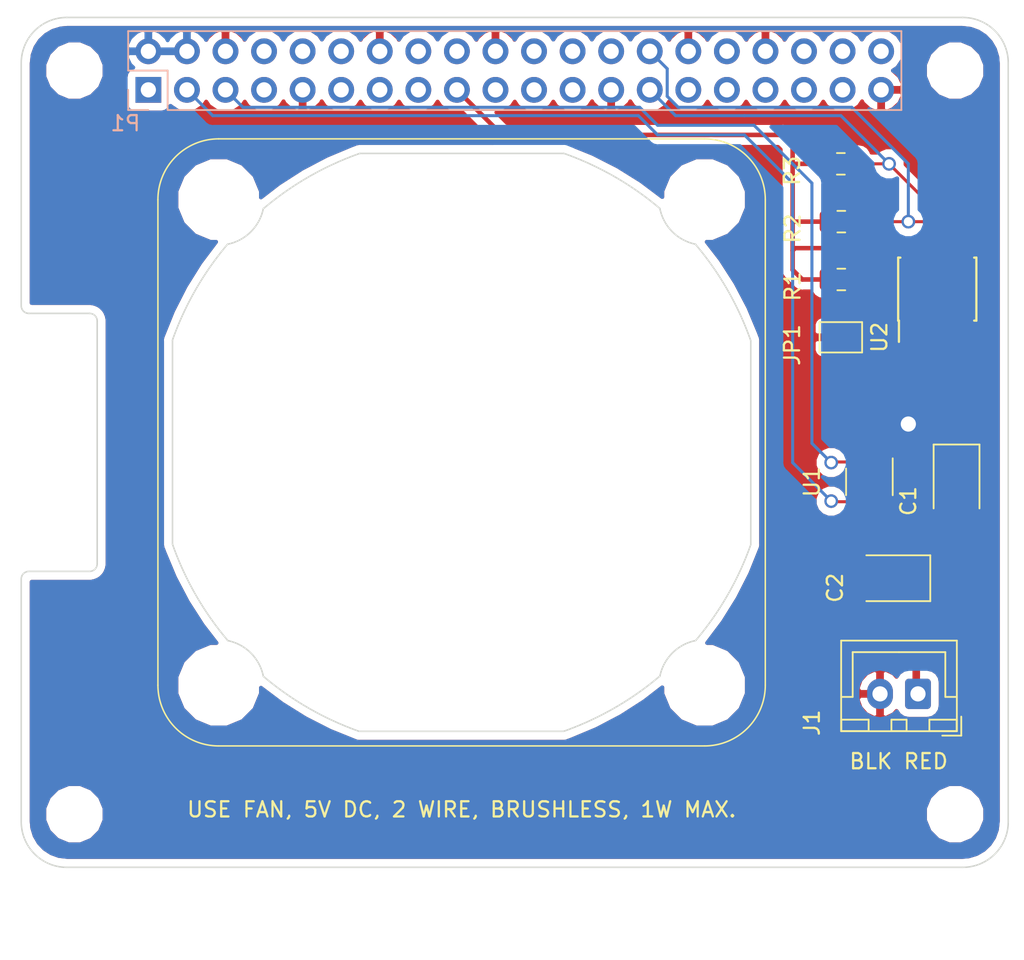
<source format=kicad_pcb>
(kicad_pcb (version 20171130) (host pcbnew 5.1.4+dfsg1-1~bpo10+1)

  (general
    (thickness 1.6)
    (drawings 45)
    (tracks 82)
    (zones 0)
    (modules 18)
    (nets 34)
  )

  (page A3)
  (title_block
    (date "15 nov 2012")
    (comment 1 "Koen De Vleeschauwer")
    (comment 2 "Released under the Creative Commons Attribution-ShareAlike 4.0 license.\n")
  )

  (layers
    (0 Top signal)
    (31 Bottom signal)
    (32 B.Adhes user)
    (33 F.Adhes user)
    (34 B.Paste user)
    (35 F.Paste user)
    (36 B.SilkS user)
    (37 F.SilkS user)
    (38 B.Mask user)
    (39 F.Mask user)
    (40 Dwgs.User user)
    (41 Cmts.User user)
    (42 Eco1.User user)
    (43 Eco2.User user)
    (44 Edge.Cuts user)
    (45 Margin user)
    (46 B.CrtYd user)
    (47 F.CrtYd user)
  )

  (setup
    (last_trace_width 0.2)
    (trace_clearance 0.2)
    (zone_clearance 0.508)
    (zone_45_only no)
    (trace_min 0.1524)
    (via_size 0.9)
    (via_drill 0.6)
    (via_min_size 0.8)
    (via_min_drill 0.5)
    (uvia_size 0.5)
    (uvia_drill 0.1)
    (uvias_allowed no)
    (uvia_min_size 0.5)
    (uvia_min_drill 0.1)
    (edge_width 0.1)
    (segment_width 0.1)
    (pcb_text_width 0.3)
    (pcb_text_size 1 1)
    (mod_edge_width 0.15)
    (mod_text_size 1 1)
    (mod_text_width 0.15)
    (pad_size 4.3 4.3)
    (pad_drill 4.3)
    (pad_to_mask_clearance 0)
    (solder_mask_min_width 0.25)
    (aux_axis_origin 203.5 146.5)
    (grid_origin 200 150)
    (visible_elements 7FFFFFFF)
    (pcbplotparams
      (layerselection 0x010f0_ffffffff)
      (usegerberextensions true)
      (usegerberattributes false)
      (usegerberadvancedattributes false)
      (creategerberjobfile false)
      (excludeedgelayer true)
      (linewidth 0.150000)
      (plotframeref false)
      (viasonmask false)
      (mode 1)
      (useauxorigin true)
      (hpglpennumber 1)
      (hpglpenspeed 20)
      (hpglpendiameter 15.000000)
      (psnegative false)
      (psa4output false)
      (plotreference true)
      (plotvalue true)
      (plotinvisibletext false)
      (padsonsilk false)
      (subtractmaskfromsilk true)
      (outputformat 1)
      (mirror false)
      (drillshape 0)
      (scaleselection 1)
      (outputdirectory "/home/user/src/pi_hat/output/"))
  )

  (net 0 "")
  (net 1 +3V3)
  (net 2 +5V)
  (net 3 GND)
  (net 4 /ID_SD)
  (net 5 /ID_SC)
  (net 6 /GPIO5)
  (net 7 /GPIO6)
  (net 8 /GPIO26)
  (net 9 "/GPIO2(SDA1)")
  (net 10 "/GPIO3(SCL1)")
  (net 11 "/GPIO4(GCLK)")
  (net 12 "/GPIO14(TXD0)")
  (net 13 "/GPIO15(RXD0)")
  (net 14 "/GPIO17(GEN0)")
  (net 15 "/GPIO27(GEN2)")
  (net 16 "/GPIO22(GEN3)")
  (net 17 "/GPIO23(GEN4)")
  (net 18 "/GPIO24(GEN5)")
  (net 19 "/GPIO25(GEN6)")
  (net 20 "/GPIO18(GEN1)(PWM0)")
  (net 21 "/GPIO10(SPI0_MOSI)")
  (net 22 "/GPIO9(SPI0_MISO)")
  (net 23 "/GPIO11(SPI0_SCK)")
  (net 24 "/GPIO8(SPI0_CE_N)")
  (net 25 "/GPIO7(SPI1_CE_N)")
  (net 26 "/GPIO12(PWM0)")
  (net 27 "/GPIO13(PWM1)")
  (net 28 "/GPIO19(SPI1_MISO)")
  (net 29 /GPIO16)
  (net 30 "/GPIO20(SPI1_MOSI)")
  (net 31 "/GPIO21(SPI1_SCK)")
  (net 32 "Net-(JP1-Pad1)")
  (net 33 /VFAN)

  (net_class Default "This is the default net class."
    (clearance 0.2)
    (trace_width 0.2)
    (via_dia 0.9)
    (via_drill 0.6)
    (uvia_dia 0.5)
    (uvia_drill 0.1)
    (add_net "/GPIO10(SPI0_MOSI)")
    (add_net "/GPIO11(SPI0_SCK)")
    (add_net "/GPIO12(PWM0)")
    (add_net "/GPIO13(PWM1)")
    (add_net "/GPIO14(TXD0)")
    (add_net "/GPIO15(RXD0)")
    (add_net /GPIO16)
    (add_net "/GPIO17(GEN0)")
    (add_net "/GPIO18(GEN1)(PWM0)")
    (add_net "/GPIO19(SPI1_MISO)")
    (add_net "/GPIO2(SDA1)")
    (add_net "/GPIO20(SPI1_MOSI)")
    (add_net "/GPIO21(SPI1_SCK)")
    (add_net "/GPIO22(GEN3)")
    (add_net "/GPIO23(GEN4)")
    (add_net "/GPIO24(GEN5)")
    (add_net "/GPIO25(GEN6)")
    (add_net /GPIO26)
    (add_net "/GPIO27(GEN2)")
    (add_net "/GPIO3(SCL1)")
    (add_net "/GPIO4(GCLK)")
    (add_net /GPIO5)
    (add_net /GPIO6)
    (add_net "/GPIO7(SPI1_CE_N)")
    (add_net "/GPIO8(SPI0_CE_N)")
    (add_net "/GPIO9(SPI0_MISO)")
    (add_net /ID_SC)
    (add_net /ID_SD)
    (add_net "Net-(JP1-Pad1)")
  )

  (net_class Power ""
    (clearance 0.2)
    (trace_width 0.5)
    (via_dia 1)
    (via_drill 0.7)
    (uvia_dia 0.5)
    (uvia_drill 0.1)
    (add_net +5V)
    (add_net /VFAN)
    (add_net GND)
  )

  (net_class Power-3v3 ""
    (clearance 0.2)
    (trace_width 0.3)
    (via_dia 0.9)
    (via_drill 0.6)
    (uvia_dia 0.5)
    (uvia_drill 0.1)
    (add_net +3V3)
  )

  (module Connector_JST:JST_XH_B02B-XH-A_1x02_P2.50mm_Vertical (layer Top) (tedit 5B7754C5) (tstamp 5C963A07)
    (at 259.055 138.57 180)
    (descr "JST XH series connector, B02B-XH-A (http://www.jst-mfg.com/product/pdf/eng/eXH.pdf), generated with kicad-footprint-generator")
    (tags "connector JST XH side entry")
    (path /5C841393)
    (fp_text reference J1 (at 6.985 -1.905 270) (layer F.SilkS)
      (effects (font (size 1 1) (thickness 0.15)))
    )
    (fp_text value Conn_01x02 (at 1.25 4.6 180) (layer F.Fab)
      (effects (font (size 1 1) (thickness 0.15)))
    )
    (fp_line (start -2.45 -2.35) (end -2.45 3.4) (layer F.Fab) (width 0.1))
    (fp_line (start -2.45 3.4) (end 4.95 3.4) (layer F.Fab) (width 0.1))
    (fp_line (start 4.95 3.4) (end 4.95 -2.35) (layer F.Fab) (width 0.1))
    (fp_line (start 4.95 -2.35) (end -2.45 -2.35) (layer F.Fab) (width 0.1))
    (fp_line (start -2.56 -2.46) (end -2.56 3.51) (layer F.SilkS) (width 0.12))
    (fp_line (start -2.56 3.51) (end 5.06 3.51) (layer F.SilkS) (width 0.12))
    (fp_line (start 5.06 3.51) (end 5.06 -2.46) (layer F.SilkS) (width 0.12))
    (fp_line (start 5.06 -2.46) (end -2.56 -2.46) (layer F.SilkS) (width 0.12))
    (fp_line (start -2.95 -2.85) (end -2.95 3.9) (layer F.CrtYd) (width 0.05))
    (fp_line (start -2.95 3.9) (end 5.45 3.9) (layer F.CrtYd) (width 0.05))
    (fp_line (start 5.45 3.9) (end 5.45 -2.85) (layer F.CrtYd) (width 0.05))
    (fp_line (start 5.45 -2.85) (end -2.95 -2.85) (layer F.CrtYd) (width 0.05))
    (fp_line (start -0.625 -2.35) (end 0 -1.35) (layer F.Fab) (width 0.1))
    (fp_line (start 0 -1.35) (end 0.625 -2.35) (layer F.Fab) (width 0.1))
    (fp_line (start 0.75 -2.45) (end 0.75 -1.7) (layer F.SilkS) (width 0.12))
    (fp_line (start 0.75 -1.7) (end 1.75 -1.7) (layer F.SilkS) (width 0.12))
    (fp_line (start 1.75 -1.7) (end 1.75 -2.45) (layer F.SilkS) (width 0.12))
    (fp_line (start 1.75 -2.45) (end 0.75 -2.45) (layer F.SilkS) (width 0.12))
    (fp_line (start -2.55 -2.45) (end -2.55 -1.7) (layer F.SilkS) (width 0.12))
    (fp_line (start -2.55 -1.7) (end -0.75 -1.7) (layer F.SilkS) (width 0.12))
    (fp_line (start -0.75 -1.7) (end -0.75 -2.45) (layer F.SilkS) (width 0.12))
    (fp_line (start -0.75 -2.45) (end -2.55 -2.45) (layer F.SilkS) (width 0.12))
    (fp_line (start 3.25 -2.45) (end 3.25 -1.7) (layer F.SilkS) (width 0.12))
    (fp_line (start 3.25 -1.7) (end 5.05 -1.7) (layer F.SilkS) (width 0.12))
    (fp_line (start 5.05 -1.7) (end 5.05 -2.45) (layer F.SilkS) (width 0.12))
    (fp_line (start 5.05 -2.45) (end 3.25 -2.45) (layer F.SilkS) (width 0.12))
    (fp_line (start -2.55 -0.2) (end -1.8 -0.2) (layer F.SilkS) (width 0.12))
    (fp_line (start -1.8 -0.2) (end -1.8 2.75) (layer F.SilkS) (width 0.12))
    (fp_line (start -1.8 2.75) (end 1.25 2.75) (layer F.SilkS) (width 0.12))
    (fp_line (start 5.05 -0.2) (end 4.3 -0.2) (layer F.SilkS) (width 0.12))
    (fp_line (start 4.3 -0.2) (end 4.3 2.75) (layer F.SilkS) (width 0.12))
    (fp_line (start 4.3 2.75) (end 1.25 2.75) (layer F.SilkS) (width 0.12))
    (fp_line (start -1.6 -2.75) (end -2.85 -2.75) (layer F.SilkS) (width 0.12))
    (fp_line (start -2.85 -2.75) (end -2.85 -1.5) (layer F.SilkS) (width 0.12))
    (fp_text user %R (at 1.25 2.7 180) (layer F.Fab)
      (effects (font (size 1 1) (thickness 0.15)))
    )
    (pad 1 thru_hole roundrect (at 0 0 180) (size 1.7 2) (drill 1) (layers *.Cu *.Mask) (roundrect_rratio 0.147059)
      (net 33 /VFAN))
    (pad 2 thru_hole oval (at 2.5 0 180) (size 1.7 2) (drill 1) (layers *.Cu *.Mask)
      (net 3 GND))
    (model ${KISYS3DMOD}/Connector_JST.3dshapes/JST_XH_B02B-XH-A_1x02_P2.50mm_Vertical.wrl
      (at (xyz 0 0 0))
      (scale (xyz 1 1 1))
      (rotate (xyz 0 0 0))
    )
  )

  (module Capacitor_Tantalum_SMD:CP_EIA-3528-12_Kemet-T (layer Top) (tedit 5B342532) (tstamp 5C961DC3)
    (at 257.404 130.95 180)
    (descr "Tantalum Capacitor SMD Kemet-T (3528-12 Metric), IPC_7351 nominal, (Body size from: http://www.kemet.com/Lists/ProductCatalog/Attachments/253/KEM_TC101_STD.pdf), generated with kicad-footprint-generator")
    (tags "capacitor tantalum")
    (path /5C8411FE)
    (attr smd)
    (fp_text reference C2 (at 3.81 -0.635 270) (layer F.SilkS)
      (effects (font (size 1 1) (thickness 0.15)))
    )
    (fp_text value "4u7 20V ESR 1R" (at 0 2.35 180) (layer F.Fab)
      (effects (font (size 1 1) (thickness 0.15)))
    )
    (fp_text user %R (at 0 0 180) (layer F.Fab)
      (effects (font (size 0.88 0.88) (thickness 0.13)))
    )
    (fp_line (start 2.45 1.65) (end -2.45 1.65) (layer F.CrtYd) (width 0.05))
    (fp_line (start 2.45 -1.65) (end 2.45 1.65) (layer F.CrtYd) (width 0.05))
    (fp_line (start -2.45 -1.65) (end 2.45 -1.65) (layer F.CrtYd) (width 0.05))
    (fp_line (start -2.45 1.65) (end -2.45 -1.65) (layer F.CrtYd) (width 0.05))
    (fp_line (start -2.46 1.51) (end 1.75 1.51) (layer F.SilkS) (width 0.12))
    (fp_line (start -2.46 -1.51) (end -2.46 1.51) (layer F.SilkS) (width 0.12))
    (fp_line (start 1.75 -1.51) (end -2.46 -1.51) (layer F.SilkS) (width 0.12))
    (fp_line (start 1.75 1.4) (end 1.75 -1.4) (layer F.Fab) (width 0.1))
    (fp_line (start -1.75 1.4) (end 1.75 1.4) (layer F.Fab) (width 0.1))
    (fp_line (start -1.75 -0.7) (end -1.75 1.4) (layer F.Fab) (width 0.1))
    (fp_line (start -1.05 -1.4) (end -1.75 -0.7) (layer F.Fab) (width 0.1))
    (fp_line (start 1.75 -1.4) (end -1.05 -1.4) (layer F.Fab) (width 0.1))
    (pad 2 smd roundrect (at 1.5375 0 180) (size 1.325 2.35) (layers Top F.Paste F.Mask) (roundrect_rratio 0.188679)
      (net 3 GND))
    (pad 1 smd roundrect (at -1.5375 0 180) (size 1.325 2.35) (layers Top F.Paste F.Mask) (roundrect_rratio 0.188679)
      (net 33 /VFAN))
    (model ${KISYS3DMOD}/Capacitor_Tantalum_SMD.3dshapes/CP_EIA-3528-12_Kemet-T.wrl
      (at (xyz 0 0 0))
      (scale (xyz 1 1 1))
      (rotate (xyz 0 0 0))
    )
  )

  (module Capacitor_Tantalum_SMD:CP_EIA-3528-12_Kemet-T (layer Top) (tedit 5B342532) (tstamp 5C961DB1)
    (at 261.595 124.6 270)
    (descr "Tantalum Capacitor SMD Kemet-T (3528-12 Metric), IPC_7351 nominal, (Body size from: http://www.kemet.com/Lists/ProductCatalog/Attachments/253/KEM_TC101_STD.pdf), generated with kicad-footprint-generator")
    (tags "capacitor tantalum")
    (path /5C841427)
    (attr smd)
    (fp_text reference C1 (at 1.27 3.175 270) (layer F.SilkS)
      (effects (font (size 1 1) (thickness 0.15)))
    )
    (fp_text value "4u7 20V ESR 1R" (at 0 2.35 270) (layer F.Fab)
      (effects (font (size 1 1) (thickness 0.15)))
    )
    (fp_line (start 1.75 -1.4) (end -1.05 -1.4) (layer F.Fab) (width 0.1))
    (fp_line (start -1.05 -1.4) (end -1.75 -0.7) (layer F.Fab) (width 0.1))
    (fp_line (start -1.75 -0.7) (end -1.75 1.4) (layer F.Fab) (width 0.1))
    (fp_line (start -1.75 1.4) (end 1.75 1.4) (layer F.Fab) (width 0.1))
    (fp_line (start 1.75 1.4) (end 1.75 -1.4) (layer F.Fab) (width 0.1))
    (fp_line (start 1.75 -1.51) (end -2.46 -1.51) (layer F.SilkS) (width 0.12))
    (fp_line (start -2.46 -1.51) (end -2.46 1.51) (layer F.SilkS) (width 0.12))
    (fp_line (start -2.46 1.51) (end 1.75 1.51) (layer F.SilkS) (width 0.12))
    (fp_line (start -2.45 1.65) (end -2.45 -1.65) (layer F.CrtYd) (width 0.05))
    (fp_line (start -2.45 -1.65) (end 2.45 -1.65) (layer F.CrtYd) (width 0.05))
    (fp_line (start 2.45 -1.65) (end 2.45 1.65) (layer F.CrtYd) (width 0.05))
    (fp_line (start 2.45 1.65) (end -2.45 1.65) (layer F.CrtYd) (width 0.05))
    (fp_text user %R (at 0 0 270) (layer F.Fab)
      (effects (font (size 0.88 0.88) (thickness 0.13)))
    )
    (pad 1 smd roundrect (at -1.5375 0 270) (size 1.325 2.35) (layers Top F.Paste F.Mask) (roundrect_rratio 0.188679)
      (net 2 +5V))
    (pad 2 smd roundrect (at 1.5375 0 270) (size 1.325 2.35) (layers Top F.Paste F.Mask) (roundrect_rratio 0.188679)
      (net 3 GND))
    (model ${KISYS3DMOD}/Capacitor_Tantalum_SMD.3dshapes/CP_EIA-3528-12_Kemet-T.wrl
      (at (xyz 0 0 0))
      (scale (xyz 1 1 1))
      (rotate (xyz 0 0 0))
    )
  )

  (module Jumper:SolderJumper-2_P1.3mm_Open_Pad1.0x1.5mm (layer Top) (tedit 5A3EABFC) (tstamp 5C8F19CA)
    (at 253.975 115.075 180)
    (descr "SMD Solder Jumper, 1x1.5mm Pads, 0.3mm gap, open")
    (tags "solder jumper open")
    (path /5C859A51)
    (attr virtual)
    (fp_text reference JP1 (at 3.206365 -0.504048 270) (layer F.SilkS)
      (effects (font (size 1 1) (thickness 0.15)))
    )
    (fp_text value "Write Enable" (at 0 1.9 180) (layer F.Fab)
      (effects (font (size 1 1) (thickness 0.15)))
    )
    (fp_line (start -1.4 1) (end -1.4 -1) (layer F.SilkS) (width 0.12))
    (fp_line (start 1.4 1) (end -1.4 1) (layer F.SilkS) (width 0.12))
    (fp_line (start 1.4 -1) (end 1.4 1) (layer F.SilkS) (width 0.12))
    (fp_line (start -1.4 -1) (end 1.4 -1) (layer F.SilkS) (width 0.12))
    (fp_line (start -1.65 -1.25) (end 1.65 -1.25) (layer F.CrtYd) (width 0.05))
    (fp_line (start -1.65 -1.25) (end -1.65 1.25) (layer F.CrtYd) (width 0.05))
    (fp_line (start 1.65 1.25) (end 1.65 -1.25) (layer F.CrtYd) (width 0.05))
    (fp_line (start 1.65 1.25) (end -1.65 1.25) (layer F.CrtYd) (width 0.05))
    (pad 2 smd rect (at 0.65 0 180) (size 1 1.5) (layers Top F.Mask)
      (net 3 GND))
    (pad 1 smd rect (at -0.65 0 180) (size 1 1.5) (layers Top F.Mask)
      (net 32 "Net-(JP1-Pad1)"))
  )

  (module MountingHole:MountingHole_4.3mm_M4 (layer Top) (tedit 5C8377E8) (tstamp 5C8F10B5)
    (at 213 106)
    (descr "Mounting Hole 4.3mm, no annular, M4")
    (tags "mounting hole 4.3mm no annular m4")
    (path /5C8593C4)
    (attr virtual)
    (fp_text reference H1 (at 0 -5.3) (layer F.SilkS) hide
      (effects (font (size 1 1) (thickness 0.15)))
    )
    (fp_text value M4 (at 0 5.3) (layer F.Fab)
      (effects (font (size 1 1) (thickness 0.15)))
    )
    (fp_circle (center 0 0) (end 4.55 0) (layer F.CrtYd) (width 0.05))
    (fp_circle (center 0 0) (end 4.3 0) (layer Cmts.User) (width 0.15))
    (fp_text user %R (at 0.3 0) (layer F.Fab)
      (effects (font (size 1 1) (thickness 0.15)))
    )
    (pad 1 np_thru_hole circle (at 0 0) (size 4.3 4.3) (drill 4.3) (layers *.Cu *.Mask))
  )

  (module MountingHole:MountingHole_4.3mm_M4 (layer Top) (tedit 5C8377C1) (tstamp 5C8F10AD)
    (at 245 106)
    (descr "Mounting Hole 4.3mm, no annular, M4")
    (tags "mounting hole 4.3mm no annular m4")
    (path /5C8594E7)
    (attr virtual)
    (fp_text reference H2 (at 0 -5.3) (layer F.SilkS) hide
      (effects (font (size 1 1) (thickness 0.15)))
    )
    (fp_text value M4 (at 0 5.3) (layer F.Fab)
      (effects (font (size 1 1) (thickness 0.15)))
    )
    (fp_text user %R (at 0.3 0) (layer F.Fab)
      (effects (font (size 1 1) (thickness 0.15)))
    )
    (fp_circle (center 0 0) (end 4.3 0) (layer Cmts.User) (width 0.15))
    (fp_circle (center 0 0) (end 4.55 0) (layer F.CrtYd) (width 0.05))
    (pad 1 np_thru_hole circle (at 0 0) (size 4.3 4.3) (drill 4.3) (layers *.Cu *.Mask))
  )

  (module MountingHole:MountingHole_4.3mm_M4 (layer Top) (tedit 5C8377DE) (tstamp 5C8F10A5)
    (at 213 138)
    (descr "Mounting Hole 4.3mm, no annular, M4")
    (tags "mounting hole 4.3mm no annular m4")
    (path /5C859456)
    (attr virtual)
    (fp_text reference H3 (at 0 -5.3) (layer F.SilkS) hide
      (effects (font (size 1 1) (thickness 0.15)))
    )
    (fp_text value M4 (at 0 5.3) (layer F.Fab)
      (effects (font (size 1 1) (thickness 0.15)))
    )
    (fp_circle (center 0 0) (end 4.55 0) (layer F.CrtYd) (width 0.05))
    (fp_circle (center 0 0) (end 4.3 0) (layer Cmts.User) (width 0.15))
    (fp_text user %R (at 0.3 0) (layer F.Fab)
      (effects (font (size 1 1) (thickness 0.15)))
    )
    (pad 1 np_thru_hole circle (at 0 0) (size 4.3 4.3) (drill 4.3) (layers *.Cu *.Mask))
  )

  (module MountingHole:MountingHole_4.3mm_M4 (layer Top) (tedit 5C8377D6) (tstamp 5C8F109D)
    (at 245 138)
    (descr "Mounting Hole 4.3mm, no annular, M4")
    (tags "mounting hole 4.3mm no annular m4")
    (path /5C859599)
    (attr virtual)
    (fp_text reference H4 (at 0 -5.3) (layer F.SilkS) hide
      (effects (font (size 1 1) (thickness 0.15)))
    )
    (fp_text value M4 (at 0 5.3) (layer F.Fab)
      (effects (font (size 1 1) (thickness 0.15)))
    )
    (fp_text user %R (at 0.3 0) (layer F.Fab)
      (effects (font (size 1 1) (thickness 0.15)))
    )
    (fp_circle (center 0 0) (end 4.3 0) (layer Cmts.User) (width 0.15))
    (fp_circle (center 0 0) (end 4.55 0) (layer F.CrtYd) (width 0.05))
    (pad 1 np_thru_hole circle (at 0 0) (size 4.3 4.3) (drill 4.3) (layers *.Cu *.Mask))
  )

  (module Package_SO:SOIC-8_3.9x4.9mm_P1.27mm (layer Top) (tedit 5A02F2D3) (tstamp 5C8F1095)
    (at 260.325 111.9 90)
    (descr "8-Lead Plastic Small Outline (SN) - Narrow, 3.90 mm Body [SOIC] (see Microchip Packaging Specification http://ww1.microchip.com/downloads/en/PackagingSpec/00000049BQ.pdf)")
    (tags "SOIC 1.27")
    (path /5C82A7E6)
    (attr smd)
    (fp_text reference U2 (at -3.175 -3.81 90) (layer F.SilkS)
      (effects (font (size 1 1) (thickness 0.15)))
    )
    (fp_text value CAT24C32 (at 0 3.5 90) (layer F.Fab)
      (effects (font (size 1 1) (thickness 0.15)))
    )
    (fp_text user %R (at 0 0 90) (layer F.Fab)
      (effects (font (size 1 1) (thickness 0.15)))
    )
    (fp_line (start -0.95 -2.45) (end 1.95 -2.45) (layer F.Fab) (width 0.1))
    (fp_line (start 1.95 -2.45) (end 1.95 2.45) (layer F.Fab) (width 0.1))
    (fp_line (start 1.95 2.45) (end -1.95 2.45) (layer F.Fab) (width 0.1))
    (fp_line (start -1.95 2.45) (end -1.95 -1.45) (layer F.Fab) (width 0.1))
    (fp_line (start -1.95 -1.45) (end -0.95 -2.45) (layer F.Fab) (width 0.1))
    (fp_line (start -3.73 -2.7) (end -3.73 2.7) (layer F.CrtYd) (width 0.05))
    (fp_line (start 3.73 -2.7) (end 3.73 2.7) (layer F.CrtYd) (width 0.05))
    (fp_line (start -3.73 -2.7) (end 3.73 -2.7) (layer F.CrtYd) (width 0.05))
    (fp_line (start -3.73 2.7) (end 3.73 2.7) (layer F.CrtYd) (width 0.05))
    (fp_line (start -2.075 -2.575) (end -2.075 -2.525) (layer F.SilkS) (width 0.15))
    (fp_line (start 2.075 -2.575) (end 2.075 -2.43) (layer F.SilkS) (width 0.15))
    (fp_line (start 2.075 2.575) (end 2.075 2.43) (layer F.SilkS) (width 0.15))
    (fp_line (start -2.075 2.575) (end -2.075 2.43) (layer F.SilkS) (width 0.15))
    (fp_line (start -2.075 -2.575) (end 2.075 -2.575) (layer F.SilkS) (width 0.15))
    (fp_line (start -2.075 2.575) (end 2.075 2.575) (layer F.SilkS) (width 0.15))
    (fp_line (start -2.075 -2.525) (end -3.475 -2.525) (layer F.SilkS) (width 0.15))
    (pad 1 smd rect (at -2.7 -1.905 90) (size 1.55 0.6) (layers Top F.Paste F.Mask)
      (net 3 GND))
    (pad 2 smd rect (at -2.7 -0.635 90) (size 1.55 0.6) (layers Top F.Paste F.Mask)
      (net 3 GND))
    (pad 3 smd rect (at -2.7 0.635 90) (size 1.55 0.6) (layers Top F.Paste F.Mask)
      (net 3 GND))
    (pad 4 smd rect (at -2.7 1.905 90) (size 1.55 0.6) (layers Top F.Paste F.Mask)
      (net 3 GND))
    (pad 5 smd rect (at 2.7 1.905 90) (size 1.55 0.6) (layers Top F.Paste F.Mask)
      (net 4 /ID_SD))
    (pad 6 smd rect (at 2.7 0.635 90) (size 1.55 0.6) (layers Top F.Paste F.Mask)
      (net 5 /ID_SC))
    (pad 7 smd rect (at 2.7 -0.635 90) (size 1.55 0.6) (layers Top F.Paste F.Mask)
      (net 32 "Net-(JP1-Pad1)"))
    (pad 8 smd rect (at 2.7 -1.905 90) (size 1.55 0.6) (layers Top F.Paste F.Mask)
      (net 1 +3V3))
    (model ${KISYS3DMOD}/Package_SO.3dshapes/SOIC-8_3.9x4.9mm_P1.27mm.wrl
      (at (xyz 0 0 0))
      (scale (xyz 1 1 1))
      (rotate (xyz 0 0 0))
    )
  )

  (module Package_TO_SOT_SMD:TSOT-23-5 (layer Top) (tedit 5A02FF57) (tstamp 5C8F1078)
    (at 255.88 124.6 270)
    (descr "5-pin TSOT23 package, http://cds.linear.com/docs/en/packaging/SOT_5_05-08-1635.pdf")
    (tags TSOT-23-5)
    (path /5C828924)
    (attr smd)
    (fp_text reference U1 (at 0 3.81 90) (layer F.SilkS)
      (effects (font (size 1 1) (thickness 0.15)))
    )
    (fp_text value LTC1695CS5 (at 0 2.5 270) (layer F.Fab)
      (effects (font (size 1 1) (thickness 0.15)))
    )
    (fp_text user %R (at 0 0) (layer F.Fab)
      (effects (font (size 0.5 0.5) (thickness 0.075)))
    )
    (fp_line (start -0.88 1.56) (end 0.88 1.56) (layer F.SilkS) (width 0.12))
    (fp_line (start 0.88 -1.51) (end -1.55 -1.51) (layer F.SilkS) (width 0.12))
    (fp_line (start -0.88 -1) (end -0.43 -1.45) (layer F.Fab) (width 0.1))
    (fp_line (start 0.88 -1.45) (end -0.43 -1.45) (layer F.Fab) (width 0.1))
    (fp_line (start -0.88 -1) (end -0.88 1.45) (layer F.Fab) (width 0.1))
    (fp_line (start 0.88 1.45) (end -0.88 1.45) (layer F.Fab) (width 0.1))
    (fp_line (start 0.88 -1.45) (end 0.88 1.45) (layer F.Fab) (width 0.1))
    (fp_line (start -2.17 -1.7) (end 2.17 -1.7) (layer F.CrtYd) (width 0.05))
    (fp_line (start -2.17 -1.7) (end -2.17 1.7) (layer F.CrtYd) (width 0.05))
    (fp_line (start 2.17 1.7) (end 2.17 -1.7) (layer F.CrtYd) (width 0.05))
    (fp_line (start 2.17 1.7) (end -2.17 1.7) (layer F.CrtYd) (width 0.05))
    (pad 1 smd rect (at -1.31 -0.95 270) (size 1.22 0.65) (layers Top F.Paste F.Mask)
      (net 2 +5V))
    (pad 2 smd rect (at -1.31 0 270) (size 1.22 0.65) (layers Top F.Paste F.Mask)
      (net 3 GND))
    (pad 3 smd rect (at -1.31 0.95 270) (size 1.22 0.65) (layers Top F.Paste F.Mask)
      (net 10 "/GPIO3(SCL1)"))
    (pad 4 smd rect (at 1.31 0.95 270) (size 1.22 0.65) (layers Top F.Paste F.Mask)
      (net 9 "/GPIO2(SDA1)"))
    (pad 5 smd rect (at 1.31 -0.95 270) (size 1.22 0.65) (layers Top F.Paste F.Mask)
      (net 33 /VFAN))
    (model ${KISYS3DMOD}/Package_TO_SOT_SMD.3dshapes/TSOT-23-5.wrl
      (at (xyz 0 0 0))
      (scale (xyz 1 1 1))
      (rotate (xyz 0 0 0))
    )
  )

  (module Resistor_SMD:R_0805_2012Metric (layer Top) (tedit 5B36C52B) (tstamp 5C8F1063)
    (at 253.975 103.645)
    (descr "Resistor SMD 0805 (2012 Metric), square (rectangular) end terminal, IPC_7351 nominal, (Body size source: https://docs.google.com/spreadsheets/d/1BsfQQcO9C6DZCsRaXUlFlo91Tg2WpOkGARC1WS5S8t0/edit?usp=sharing), generated with kicad-footprint-generator")
    (tags resistor)
    (path /5C82F93E)
    (attr smd)
    (fp_text reference R3 (at -3.206365 0.457061 90) (layer F.SilkS)
      (effects (font (size 1 1) (thickness 0.15)))
    )
    (fp_text value 3k9 (at 0 1.65) (layer F.Fab)
      (effects (font (size 1 1) (thickness 0.15)))
    )
    (fp_line (start -1 0.6) (end -1 -0.6) (layer F.Fab) (width 0.1))
    (fp_line (start -1 -0.6) (end 1 -0.6) (layer F.Fab) (width 0.1))
    (fp_line (start 1 -0.6) (end 1 0.6) (layer F.Fab) (width 0.1))
    (fp_line (start 1 0.6) (end -1 0.6) (layer F.Fab) (width 0.1))
    (fp_line (start -0.258578 -0.71) (end 0.258578 -0.71) (layer F.SilkS) (width 0.12))
    (fp_line (start -0.258578 0.71) (end 0.258578 0.71) (layer F.SilkS) (width 0.12))
    (fp_line (start -1.68 0.95) (end -1.68 -0.95) (layer F.CrtYd) (width 0.05))
    (fp_line (start -1.68 -0.95) (end 1.68 -0.95) (layer F.CrtYd) (width 0.05))
    (fp_line (start 1.68 -0.95) (end 1.68 0.95) (layer F.CrtYd) (width 0.05))
    (fp_line (start 1.68 0.95) (end -1.68 0.95) (layer F.CrtYd) (width 0.05))
    (fp_text user %R (at 0 0) (layer F.Fab)
      (effects (font (size 0.5 0.5) (thickness 0.08)))
    )
    (pad 1 smd roundrect (at -0.9375 0) (size 0.975 1.4) (layers Top F.Paste F.Mask) (roundrect_rratio 0.25)
      (net 1 +3V3))
    (pad 2 smd roundrect (at 0.9375 0) (size 0.975 1.4) (layers Top F.Paste F.Mask) (roundrect_rratio 0.25)
      (net 4 /ID_SD))
    (model ${KISYS3DMOD}/Resistor_SMD.3dshapes/R_0805_2012Metric.wrl
      (at (xyz 0 0 0))
      (scale (xyz 1 1 1))
      (rotate (xyz 0 0 0))
    )
  )

  (module Resistor_SMD:R_0805_2012Metric (layer Top) (tedit 5B36C52B) (tstamp 5C8F1052)
    (at 254.006365 111.265)
    (descr "Resistor SMD 0805 (2012 Metric), square (rectangular) end terminal, IPC_7351 nominal, (Body size source: https://docs.google.com/spreadsheets/d/1BsfQQcO9C6DZCsRaXUlFlo91Tg2WpOkGARC1WS5S8t0/edit?usp=sharing), generated with kicad-footprint-generator")
    (tags resistor)
    (path /5C82F884)
    (attr smd)
    (fp_text reference R1 (at -3.206365 0.457061 90) (layer F.SilkS)
      (effects (font (size 1 1) (thickness 0.15)))
    )
    (fp_text value 3k9 (at 0 1.65) (layer F.Fab)
      (effects (font (size 1 1) (thickness 0.15)))
    )
    (fp_text user %R (at 0 0) (layer F.Fab)
      (effects (font (size 0.5 0.5) (thickness 0.08)))
    )
    (fp_line (start 1.68 0.95) (end -1.68 0.95) (layer F.CrtYd) (width 0.05))
    (fp_line (start 1.68 -0.95) (end 1.68 0.95) (layer F.CrtYd) (width 0.05))
    (fp_line (start -1.68 -0.95) (end 1.68 -0.95) (layer F.CrtYd) (width 0.05))
    (fp_line (start -1.68 0.95) (end -1.68 -0.95) (layer F.CrtYd) (width 0.05))
    (fp_line (start -0.258578 0.71) (end 0.258578 0.71) (layer F.SilkS) (width 0.12))
    (fp_line (start -0.258578 -0.71) (end 0.258578 -0.71) (layer F.SilkS) (width 0.12))
    (fp_line (start 1 0.6) (end -1 0.6) (layer F.Fab) (width 0.1))
    (fp_line (start 1 -0.6) (end 1 0.6) (layer F.Fab) (width 0.1))
    (fp_line (start -1 -0.6) (end 1 -0.6) (layer F.Fab) (width 0.1))
    (fp_line (start -1 0.6) (end -1 -0.6) (layer F.Fab) (width 0.1))
    (pad 2 smd roundrect (at 0.9375 0) (size 0.975 1.4) (layers Top F.Paste F.Mask) (roundrect_rratio 0.25)
      (net 32 "Net-(JP1-Pad1)"))
    (pad 1 smd roundrect (at -0.9375 0) (size 0.975 1.4) (layers Top F.Paste F.Mask) (roundrect_rratio 0.25)
      (net 1 +3V3))
    (model ${KISYS3DMOD}/Resistor_SMD.3dshapes/R_0805_2012Metric.wrl
      (at (xyz 0 0 0))
      (scale (xyz 1 1 1))
      (rotate (xyz 0 0 0))
    )
  )

  (module Resistor_SMD:R_0805_2012Metric (layer Top) (tedit 5B36C52B) (tstamp 5C8F1041)
    (at 254.006365 107.455)
    (descr "Resistor SMD 0805 (2012 Metric), square (rectangular) end terminal, IPC_7351 nominal, (Body size source: https://docs.google.com/spreadsheets/d/1BsfQQcO9C6DZCsRaXUlFlo91Tg2WpOkGARC1WS5S8t0/edit?usp=sharing), generated with kicad-footprint-generator")
    (tags resistor)
    (path /5C82F8E2)
    (attr smd)
    (fp_text reference R2 (at -3.206365 0.457061 90) (layer F.SilkS)
      (effects (font (size 1 1) (thickness 0.15)))
    )
    (fp_text value 3k9 (at 0 1.65) (layer F.Fab)
      (effects (font (size 1 1) (thickness 0.15)))
    )
    (fp_line (start -1 0.6) (end -1 -0.6) (layer F.Fab) (width 0.1))
    (fp_line (start -1 -0.6) (end 1 -0.6) (layer F.Fab) (width 0.1))
    (fp_line (start 1 -0.6) (end 1 0.6) (layer F.Fab) (width 0.1))
    (fp_line (start 1 0.6) (end -1 0.6) (layer F.Fab) (width 0.1))
    (fp_line (start -0.258578 -0.71) (end 0.258578 -0.71) (layer F.SilkS) (width 0.12))
    (fp_line (start -0.258578 0.71) (end 0.258578 0.71) (layer F.SilkS) (width 0.12))
    (fp_line (start -1.68 0.95) (end -1.68 -0.95) (layer F.CrtYd) (width 0.05))
    (fp_line (start -1.68 -0.95) (end 1.68 -0.95) (layer F.CrtYd) (width 0.05))
    (fp_line (start 1.68 -0.95) (end 1.68 0.95) (layer F.CrtYd) (width 0.05))
    (fp_line (start 1.68 0.95) (end -1.68 0.95) (layer F.CrtYd) (width 0.05))
    (fp_text user %R (at 0 0) (layer F.Fab)
      (effects (font (size 0.5 0.5) (thickness 0.08)))
    )
    (pad 1 smd roundrect (at -0.9375 0) (size 0.975 1.4) (layers Top F.Paste F.Mask) (roundrect_rratio 0.25)
      (net 1 +3V3))
    (pad 2 smd roundrect (at 0.9375 0) (size 0.975 1.4) (layers Top F.Paste F.Mask) (roundrect_rratio 0.25)
      (net 5 /ID_SC))
    (model ${KISYS3DMOD}/Resistor_SMD.3dshapes/R_0805_2012Metric.wrl
      (at (xyz 0 0 0))
      (scale (xyz 1 1 1))
      (rotate (xyz 0 0 0))
    )
  )

  (module Connector_PinSocket_2.54mm:PinSocket_2x20_P2.54mm_Vertical (layer Bottom) (tedit 5A19A433) (tstamp 5A793E9F)
    (at 208.37 98.77 270)
    (descr "Through hole straight socket strip, 2x20, 2.54mm pitch, double cols (from Kicad 4.0.7), script generated")
    (tags "Through hole socket strip THT 2x20 2.54mm double row")
    (path /59AD464A)
    (fp_text reference P1 (at 2.208 1.512) (layer B.SilkS)
      (effects (font (size 1 1) (thickness 0.15)) (justify mirror))
    )
    (fp_text value Conn_02x20_Odd_Even (at -1.27 -51.03 270) (layer B.Fab)
      (effects (font (size 1 1) (thickness 0.15)) (justify mirror))
    )
    (fp_line (start -3.81 1.27) (end 0.27 1.27) (layer B.Fab) (width 0.1))
    (fp_line (start 0.27 1.27) (end 1.27 0.27) (layer B.Fab) (width 0.1))
    (fp_line (start 1.27 0.27) (end 1.27 -49.53) (layer B.Fab) (width 0.1))
    (fp_line (start 1.27 -49.53) (end -3.81 -49.53) (layer B.Fab) (width 0.1))
    (fp_line (start -3.81 -49.53) (end -3.81 1.27) (layer B.Fab) (width 0.1))
    (fp_line (start -3.87 1.33) (end -1.27 1.33) (layer B.SilkS) (width 0.12))
    (fp_line (start -3.87 1.33) (end -3.87 -49.59) (layer B.SilkS) (width 0.12))
    (fp_line (start -3.87 -49.59) (end 1.33 -49.59) (layer B.SilkS) (width 0.12))
    (fp_line (start 1.33 -1.27) (end 1.33 -49.59) (layer B.SilkS) (width 0.12))
    (fp_line (start -1.27 -1.27) (end 1.33 -1.27) (layer B.SilkS) (width 0.12))
    (fp_line (start -1.27 1.33) (end -1.27 -1.27) (layer B.SilkS) (width 0.12))
    (fp_line (start 1.33 1.33) (end 1.33 0) (layer B.SilkS) (width 0.12))
    (fp_line (start 0 1.33) (end 1.33 1.33) (layer B.SilkS) (width 0.12))
    (fp_line (start -4.34 1.8) (end 1.76 1.8) (layer B.CrtYd) (width 0.05))
    (fp_line (start 1.76 1.8) (end 1.76 -50) (layer B.CrtYd) (width 0.05))
    (fp_line (start 1.76 -50) (end -4.34 -50) (layer B.CrtYd) (width 0.05))
    (fp_line (start -4.34 -50) (end -4.34 1.8) (layer B.CrtYd) (width 0.05))
    (fp_text user %R (at -1.27 -24.13 180) (layer B.Fab)
      (effects (font (size 1 1) (thickness 0.15)) (justify mirror))
    )
    (pad 1 thru_hole rect (at 0 0 270) (size 1.7 1.7) (drill 1) (layers *.Cu *.Mask)
      (net 1 +3V3))
    (pad 2 thru_hole oval (at -2.54 0 270) (size 1.7 1.7) (drill 1) (layers *.Cu *.Mask)
      (net 2 +5V))
    (pad 3 thru_hole oval (at 0 -2.54 270) (size 1.7 1.7) (drill 1) (layers *.Cu *.Mask)
      (net 9 "/GPIO2(SDA1)"))
    (pad 4 thru_hole oval (at -2.54 -2.54 270) (size 1.7 1.7) (drill 1) (layers *.Cu *.Mask)
      (net 2 +5V))
    (pad 5 thru_hole oval (at 0 -5.08 270) (size 1.7 1.7) (drill 1) (layers *.Cu *.Mask)
      (net 10 "/GPIO3(SCL1)"))
    (pad 6 thru_hole oval (at -2.54 -5.08 270) (size 1.7 1.7) (drill 1) (layers *.Cu *.Mask)
      (net 3 GND))
    (pad 7 thru_hole oval (at 0 -7.62 270) (size 1.7 1.7) (drill 1) (layers *.Cu *.Mask)
      (net 11 "/GPIO4(GCLK)"))
    (pad 8 thru_hole oval (at -2.54 -7.62 270) (size 1.7 1.7) (drill 1) (layers *.Cu *.Mask)
      (net 12 "/GPIO14(TXD0)"))
    (pad 9 thru_hole oval (at 0 -10.16 270) (size 1.7 1.7) (drill 1) (layers *.Cu *.Mask)
      (net 3 GND))
    (pad 10 thru_hole oval (at -2.54 -10.16 270) (size 1.7 1.7) (drill 1) (layers *.Cu *.Mask)
      (net 13 "/GPIO15(RXD0)"))
    (pad 11 thru_hole oval (at 0 -12.7 270) (size 1.7 1.7) (drill 1) (layers *.Cu *.Mask)
      (net 14 "/GPIO17(GEN0)"))
    (pad 12 thru_hole oval (at -2.54 -12.7 270) (size 1.7 1.7) (drill 1) (layers *.Cu *.Mask)
      (net 20 "/GPIO18(GEN1)(PWM0)"))
    (pad 13 thru_hole oval (at 0 -15.24 270) (size 1.7 1.7) (drill 1) (layers *.Cu *.Mask)
      (net 15 "/GPIO27(GEN2)"))
    (pad 14 thru_hole oval (at -2.54 -15.24 270) (size 1.7 1.7) (drill 1) (layers *.Cu *.Mask)
      (net 3 GND))
    (pad 15 thru_hole oval (at 0 -17.78 270) (size 1.7 1.7) (drill 1) (layers *.Cu *.Mask)
      (net 16 "/GPIO22(GEN3)"))
    (pad 16 thru_hole oval (at -2.54 -17.78 270) (size 1.7 1.7) (drill 1) (layers *.Cu *.Mask)
      (net 17 "/GPIO23(GEN4)"))
    (pad 17 thru_hole oval (at 0 -20.32 270) (size 1.7 1.7) (drill 1) (layers *.Cu *.Mask)
      (net 1 +3V3))
    (pad 18 thru_hole oval (at -2.54 -20.32 270) (size 1.7 1.7) (drill 1) (layers *.Cu *.Mask)
      (net 18 "/GPIO24(GEN5)"))
    (pad 19 thru_hole oval (at 0 -22.86 270) (size 1.7 1.7) (drill 1) (layers *.Cu *.Mask)
      (net 21 "/GPIO10(SPI0_MOSI)"))
    (pad 20 thru_hole oval (at -2.54 -22.86 270) (size 1.7 1.7) (drill 1) (layers *.Cu *.Mask)
      (net 3 GND))
    (pad 21 thru_hole oval (at 0 -25.4 270) (size 1.7 1.7) (drill 1) (layers *.Cu *.Mask)
      (net 22 "/GPIO9(SPI0_MISO)"))
    (pad 22 thru_hole oval (at -2.54 -25.4 270) (size 1.7 1.7) (drill 1) (layers *.Cu *.Mask)
      (net 19 "/GPIO25(GEN6)"))
    (pad 23 thru_hole oval (at 0 -27.94 270) (size 1.7 1.7) (drill 1) (layers *.Cu *.Mask)
      (net 23 "/GPIO11(SPI0_SCK)"))
    (pad 24 thru_hole oval (at -2.54 -27.94 270) (size 1.7 1.7) (drill 1) (layers *.Cu *.Mask)
      (net 24 "/GPIO8(SPI0_CE_N)"))
    (pad 25 thru_hole oval (at 0 -30.48 270) (size 1.7 1.7) (drill 1) (layers *.Cu *.Mask)
      (net 3 GND))
    (pad 26 thru_hole oval (at -2.54 -30.48 270) (size 1.7 1.7) (drill 1) (layers *.Cu *.Mask)
      (net 25 "/GPIO7(SPI1_CE_N)"))
    (pad 27 thru_hole oval (at 0 -33.02 270) (size 1.7 1.7) (drill 1) (layers *.Cu *.Mask)
      (net 4 /ID_SD))
    (pad 28 thru_hole oval (at -2.54 -33.02 270) (size 1.7 1.7) (drill 1) (layers *.Cu *.Mask)
      (net 5 /ID_SC))
    (pad 29 thru_hole oval (at 0 -35.56 270) (size 1.7 1.7) (drill 1) (layers *.Cu *.Mask)
      (net 6 /GPIO5))
    (pad 30 thru_hole oval (at -2.54 -35.56 270) (size 1.7 1.7) (drill 1) (layers *.Cu *.Mask)
      (net 3 GND))
    (pad 31 thru_hole oval (at 0 -38.1 270) (size 1.7 1.7) (drill 1) (layers *.Cu *.Mask)
      (net 7 /GPIO6))
    (pad 32 thru_hole oval (at -2.54 -38.1 270) (size 1.7 1.7) (drill 1) (layers *.Cu *.Mask)
      (net 26 "/GPIO12(PWM0)"))
    (pad 33 thru_hole oval (at 0 -40.64 270) (size 1.7 1.7) (drill 1) (layers *.Cu *.Mask)
      (net 27 "/GPIO13(PWM1)"))
    (pad 34 thru_hole oval (at -2.54 -40.64 270) (size 1.7 1.7) (drill 1) (layers *.Cu *.Mask)
      (net 3 GND))
    (pad 35 thru_hole oval (at 0 -43.18 270) (size 1.7 1.7) (drill 1) (layers *.Cu *.Mask)
      (net 28 "/GPIO19(SPI1_MISO)"))
    (pad 36 thru_hole oval (at -2.54 -43.18 270) (size 1.7 1.7) (drill 1) (layers *.Cu *.Mask)
      (net 29 /GPIO16))
    (pad 37 thru_hole oval (at 0 -45.72 270) (size 1.7 1.7) (drill 1) (layers *.Cu *.Mask)
      (net 8 /GPIO26))
    (pad 38 thru_hole oval (at -2.54 -45.72 270) (size 1.7 1.7) (drill 1) (layers *.Cu *.Mask)
      (net 30 "/GPIO20(SPI1_MOSI)"))
    (pad 39 thru_hole oval (at 0 -48.26 270) (size 1.7 1.7) (drill 1) (layers *.Cu *.Mask)
      (net 3 GND))
    (pad 40 thru_hole oval (at -2.54 -48.26 270) (size 1.7 1.7) (drill 1) (layers *.Cu *.Mask)
      (net 31 "/GPIO21(SPI1_SCK)"))
    (model ${KISYS3DMOD}/Connector_PinSocket_2.54mm.3dshapes/PinSocket_2x20_P2.54mm_Vertical.wrl
      (at (xyz 0 0 0))
      (scale (xyz 1 1 1))
      (rotate (xyz 0 0 0))
    )
  )

  (module MountingHole:MountingHole_2.7mm_M2.5 (layer Top) (tedit 5C837761) (tstamp 5A793E98)
    (at 261.5 146.5)
    (descr "Mounting Hole 2.7mm, no annular, M2.5")
    (tags "mounting hole 2.7mm no annular m2.5")
    (path /5834FC4F)
    (attr virtual)
    (fp_text reference MK4 (at 0 -3.7) (layer F.SilkS) hide
      (effects (font (size 1 1) (thickness 0.15)))
    )
    (fp_text value M2.5 (at 0 3.7) (layer F.Fab)
      (effects (font (size 1 1) (thickness 0.15)))
    )
    (fp_circle (center 0 0) (end 2.95 0) (layer F.CrtYd) (width 0.05))
    (fp_circle (center 0 0) (end 2.7 0) (layer Cmts.User) (width 0.15))
    (fp_text user %R (at 0.3 0) (layer F.Fab)
      (effects (font (size 1 1) (thickness 0.15)))
    )
    (pad 1 np_thru_hole circle (at 0 0) (size 2.7 2.7) (drill 2.7) (layers *.Cu *.Mask))
  )

  (module MountingHole:MountingHole_2.7mm_M2.5 (layer Top) (tedit 5C83780A) (tstamp 5A793E91)
    (at 203.5 146.5)
    (descr "Mounting Hole 2.7mm, no annular, M2.5")
    (tags "mounting hole 2.7mm no annular m2.5")
    (path /5834FBEF)
    (attr virtual)
    (fp_text reference MK3 (at 0 -3.7) (layer F.SilkS) hide
      (effects (font (size 1 1) (thickness 0.15)))
    )
    (fp_text value M2.5 (at 0 3.7) (layer F.Fab)
      (effects (font (size 1 1) (thickness 0.15)))
    )
    (fp_text user %R (at 0.3 0) (layer F.Fab)
      (effects (font (size 1 1) (thickness 0.15)))
    )
    (fp_circle (center 0 0) (end 2.7 0) (layer Cmts.User) (width 0.15))
    (fp_circle (center 0 0) (end 2.95 0) (layer F.CrtYd) (width 0.05))
    (pad 1 np_thru_hole circle (at 0 0) (size 2.7 2.7) (drill 2.7) (layers *.Cu *.Mask))
  )

  (module MountingHole:MountingHole_2.7mm_M2.5 (layer Top) (tedit 5C837779) (tstamp 5A793E8A)
    (at 261.5 97.5 180)
    (descr "Mounting Hole 2.7mm, no annular, M2.5")
    (tags "mounting hole 2.7mm no annular m2.5")
    (path /5834FC19)
    (attr virtual)
    (fp_text reference MK2 (at 0 -3.7 180) (layer F.SilkS) hide
      (effects (font (size 1 1) (thickness 0.15)))
    )
    (fp_text value M2.5 (at 0 3.7 180) (layer F.Fab)
      (effects (font (size 1 1) (thickness 0.15)))
    )
    (fp_circle (center 0 0) (end 2.95 0) (layer F.CrtYd) (width 0.05))
    (fp_circle (center 0 0) (end 2.7 0) (layer Cmts.User) (width 0.15))
    (fp_text user %R (at 0.3 0 180) (layer F.Fab)
      (effects (font (size 1 1) (thickness 0.15)))
    )
    (pad 1 np_thru_hole circle (at 0 0 180) (size 2.7 2.7) (drill 2.7) (layers *.Cu *.Mask))
  )

  (module MountingHole:MountingHole_2.7mm_M2.5 (layer Top) (tedit 5C837800) (tstamp 5A793E83)
    (at 203.5 97.5 180)
    (descr "Mounting Hole 2.7mm, no annular, M2.5")
    (tags "mounting hole 2.7mm no annular m2.5")
    (path /5834FB2E)
    (attr virtual)
    (fp_text reference MK1 (at 0 -3.7 180) (layer F.SilkS) hide
      (effects (font (size 1 1) (thickness 0.15)))
    )
    (fp_text value M2.5 (at 0 3.7 180) (layer F.Fab)
      (effects (font (size 1 1) (thickness 0.15)))
    )
    (fp_text user %R (at 0.3 0 180) (layer F.Fab)
      (effects (font (size 1 1) (thickness 0.15)))
    )
    (fp_circle (center 0 0) (end 2.7 0) (layer Cmts.User) (width 0.15))
    (fp_circle (center 0 0) (end 2.95 0) (layer F.CrtYd) (width 0.05))
    (pad 1 np_thru_hole circle (at 0 0 180) (size 2.7 2.7) (drill 2.7) (layers *.Cu *.Mask))
  )

  (gr_arc (start 229 122) (end 222.29 102.96) (angle -20.8) (layer Edge.Cuts) (width 0.1))
  (gr_arc (start 229 122) (end 248.04 115.29) (angle -20.8) (layer Edge.Cuts) (width 0.1))
  (gr_arc (start 229 122) (end 235.71 141.04) (angle -20.8) (layer Edge.Cuts) (width 0.1))
  (gr_arc (start 229 122) (end 209.96 128.71) (angle -20.8) (layer Edge.Cuts) (width 0.1))
  (gr_line (start 222.29 141.04) (end 235.71 141.04) (layer Edge.Cuts) (width 0.1))
  (gr_line (start 209.96 128.71) (end 209.96 115.29) (layer Edge.Cuts) (width 0.1))
  (gr_line (start 222.29 102.96) (end 235.71 102.96) (layer Edge.Cuts) (width 0.1))
  (gr_line (start 248.04 115.29) (end 248.04 128.71) (layer Edge.Cuts) (width 0.1))
  (gr_arc (start 213 106) (end 213.588235 108.941765) (angle -67.4) (layer Edge.Cuts) (width 0.1))
  (gr_arc (start 245 106) (end 242.058235 106.588235) (angle -67.4) (layer Edge.Cuts) (width 0.1))
  (gr_arc (start 229 122) (end 213.588235 108.941765) (angle -20.8) (layer Edge.Cuts) (width 0.1))
  (gr_arc (start 229 122) (end 244.411765 135.058235) (angle -20.8) (layer Edge.Cuts) (width 0.1))
  (gr_arc (start 229 122) (end 242.058235 106.588235) (angle -20.8) (layer Edge.Cuts) (width 0.1))
  (gr_arc (start 245 138) (end 244.411765 135.058235) (angle -67.4) (layer Edge.Cuts) (width 0.1))
  (gr_arc (start 229 122) (end 215.941765 137.411765) (angle -20.8) (layer Edge.Cuts) (width 0.1))
  (gr_arc (start 213 138) (end 215.941765 137.411765) (angle -67.4) (layer Edge.Cuts) (width 0.1))
  (gr_text "LTC1695 uses ground pin as heat sink." (at 213.97 155.08) (layer Cmts.User)
    (effects (font (size 1 1) (thickness 0.25)))
  )
  (gr_text "USE FAN, 5V DC, 2 WIRE, BRUSHLESS, 1W MAX." (at 229 146.19) (layer F.SilkS)
    (effects (font (size 1 1) (thickness 0.15)))
  )
  (gr_text "BLK RED" (at 257.785 143.015) (layer F.SilkS)
    (effects (font (size 1 1) (thickness 0.15)))
  )
  (gr_line (start 209 106) (end 209 138) (layer F.SilkS) (width 0.1))
  (gr_line (start 245 142) (end 213 142) (layer F.SilkS) (width 0.1))
  (gr_line (start 249 106) (end 249 138) (layer F.SilkS) (width 0.1))
  (gr_line (start 213 102) (end 245 102) (layer F.SilkS) (width 0.1))
  (gr_arc (start 213 138) (end 209 138) (angle -90) (layer F.SilkS) (width 0.1))
  (gr_arc (start 245 138) (end 245 142) (angle -90) (layer F.SilkS) (width 0.1))
  (gr_arc (start 245 106) (end 249 106) (angle -90) (layer F.SilkS) (width 0.1))
  (gr_arc (start 213 106) (end 213 102) (angle -90) (layer F.SilkS) (width 0.1))
  (gr_arc (start 200.5 131) (end 200 131) (angle 89.9) (layer Edge.Cuts) (width 0.1))
  (gr_arc (start 204.5 130) (end 205 130) (angle 90) (layer Edge.Cuts) (width 0.1))
  (gr_arc (start 200.5 113) (end 200.5 113.5) (angle 90) (layer Edge.Cuts) (width 0.1))
  (gr_arc (start 204.5 114) (end 204.5 113.5) (angle 90) (layer Edge.Cuts) (width 0.1))
  (gr_line (start 200 113) (end 200 131) (layer Dwgs.User) (width 0.1))
  (gr_line (start 200 97) (end 200 113) (layer Edge.Cuts) (width 0.1))
  (gr_text DISPLAY (at 202.5 122 90) (layer Dwgs.User) (tstamp 580CBBFF)
    (effects (font (size 1 1) (thickness 0.15)))
  )
  (gr_arc (start 262 97) (end 262 94) (angle 90) (layer Edge.Cuts) (width 0.1))
  (gr_arc (start 262 147) (end 265 147) (angle 90) (layer Edge.Cuts) (width 0.1))
  (gr_arc (start 203 147) (end 203 150) (angle 90) (layer Edge.Cuts) (width 0.1))
  (gr_arc (start 203 97) (end 200 97) (angle 90) (layer Edge.Cuts) (width 0.1))
  (gr_line (start 262 94) (end 203 94) (layer Edge.Cuts) (width 0.1))
  (gr_line (start 204.5 130.5) (end 200.5 130.5) (layer Edge.Cuts) (width 0.1))
  (gr_line (start 205 114) (end 205 130) (layer Edge.Cuts) (width 0.1))
  (gr_line (start 200.5 113.5) (end 204.5 113.5) (layer Edge.Cuts) (width 0.1))
  (gr_line (start 265 147) (end 265 97) (layer Edge.Cuts) (width 0.1))
  (gr_line (start 203 150) (end 262 150) (layer Edge.Cuts) (width 0.1))
  (gr_line (start 200 131) (end 200 147) (layer Edge.Cuts) (width 0.1))

  (segment (start 253.0375 103.645) (end 250.8 103.645) (width 0.3) (layer Top) (net 1))
  (segment (start 253.068865 107.455) (end 250.8 107.455) (width 0.3) (layer Top) (net 1))
  (segment (start 250.8 107.455) (end 250.8 103.645) (width 0.3) (layer Top) (net 1))
  (segment (start 253.068865 111.265) (end 251.435 111.265) (width 0.3) (layer Top) (net 1))
  (segment (start 251.435 111.265) (end 250.8 110.63) (width 0.3) (layer Top) (net 1))
  (segment (start 258.42 109.2) (end 250.96 109.2) (width 0.3) (layer Top) (net 1))
  (segment (start 250.96 109.2) (end 250.8 109.36) (width 0.3) (layer Top) (net 1))
  (segment (start 250.8 109.36) (end 250.8 107.455) (width 0.3) (layer Top) (net 1))
  (segment (start 250.8 110.63) (end 250.8 109.36) (width 0.3) (layer Top) (net 1))
  (segment (start 250.8 102.375) (end 250.8 103.645) (width 0.3) (layer Top) (net 1))
  (segment (start 231.66 101.74) (end 250.165 101.74) (width 0.3) (layer Top) (net 1))
  (segment (start 250.165 101.74) (end 250.8 102.375) (width 0.3) (layer Top) (net 1))
  (segment (start 228.69 98.77) (end 231.66 101.74) (width 0.3) (layer Top) (net 1))
  (via (at 258.42 120.79) (size 1.7) (drill 1) (layers Top Bottom) (net 2))
  (segment (start 259.055 123.0625) (end 261.595 123.0625) (width 0.5) (layer Top) (net 2))
  (segment (start 257.825 123.29) (end 256.83 123.29) (width 0.5) (layer Top) (net 2))
  (segment (start 258.0525 123.0625) (end 257.825 123.29) (width 0.5) (layer Top) (net 2))
  (segment (start 258.42 123.0625) (end 258.0525 123.0625) (width 0.5) (layer Top) (net 2))
  (segment (start 258.42 120.79) (end 258.42 123.0625) (width 0.5) (layer Top) (net 2))
  (segment (start 259.055 123.0625) (end 258.42 123.0625) (width 0.5) (layer Top) (net 2))
  (segment (start 261.595 126.1375) (end 259.7035 126.1375) (width 0.254) (layer Top) (net 3))
  (segment (start 259.7035 126.1375) (end 258.166 124.6) (width 0.254) (layer Top) (net 3))
  (segment (start 258.166 124.6) (end 257.531 124.6) (width 0.254) (layer Top) (net 3))
  (segment (start 255.5 103.645) (end 254.9125 103.645) (width 0.2) (layer Top) (net 4))
  (segment (start 262.23 108.725) (end 257.15 103.645) (width 0.2) (layer Top) (net 4))
  (segment (start 257.15 103.645) (end 255.5 103.645) (width 0.2) (layer Top) (net 4))
  (segment (start 262.23 109.2) (end 262.23 108.725) (width 0.2) (layer Top) (net 4))
  (segment (start 257.15 103.645) (end 257.15 103.645) (width 0.2) (layer Top) (net 4) (tstamp 5C84B216))
  (segment (start 241.39 98.77) (end 243.09 100.47) (width 0.2) (layer Bottom) (net 4))
  (segment (start 243.09 100.47) (end 247.625 100.47) (width 0.2) (layer Bottom) (net 4))
  (segment (start 257.15 103.645) (end 257.15 103.645) (width 0.2) (layer Top) (net 4) (tstamp 5C84B436))
  (via (at 257.15 103.645) (size 0.9) (drill 0.6) (layers Top Bottom) (net 4))
  (segment (start 257.15 103.645) (end 253.975 100.47) (width 0.2) (layer Bottom) (net 4))
  (segment (start 253.975 100.47) (end 247.625 100.47) (width 0.2) (layer Bottom) (net 4))
  (segment (start 259.69 107.455) (end 257.15 107.455) (width 0.2) (layer Top) (net 5))
  (segment (start 260.96 108.725) (end 259.69 107.455) (width 0.2) (layer Top) (net 5))
  (segment (start 255.531365 107.455) (end 254.943865 107.455) (width 0.2) (layer Top) (net 5))
  (segment (start 260.96 109.2) (end 260.96 108.725) (width 0.2) (layer Top) (net 5))
  (segment (start 257.15 107.455) (end 255.531365 107.455) (width 0.2) (layer Top) (net 5) (tstamp 5C84B218))
  (via (at 258.42 107.455) (size 0.9) (drill 0.6) (layers Top Bottom) (net 5))
  (segment (start 258.42 103.645) (end 258.42 107.455) (width 0.2) (layer Bottom) (net 5))
  (segment (start 254.695001 99.920001) (end 258.42 103.645) (width 0.2) (layer Bottom) (net 5))
  (segment (start 241.39 96.23) (end 242.540001 97.380001) (width 0.2) (layer Bottom) (net 5))
  (segment (start 242.540001 97.380001) (end 242.540001 99.195001) (width 0.2) (layer Bottom) (net 5))
  (segment (start 242.540001 99.195001) (end 243.265001 99.920001) (width 0.2) (layer Bottom) (net 5))
  (segment (start 243.265001 99.920001) (end 254.695001 99.920001) (width 0.2) (layer Bottom) (net 5))
  (via (at 253.34 125.87) (size 0.9) (drill 0.6) (layers Top Bottom) (net 9))
  (segment (start 253.38 125.91) (end 253.34 125.87) (width 0.2) (layer Top) (net 9))
  (segment (start 254.93 125.91) (end 253.38 125.91) (width 0.2) (layer Top) (net 9))
  (segment (start 212.61 100.47) (end 210.91 98.77) (width 0.2) (layer Bottom) (net 9))
  (segment (start 240.64 100.47) (end 212.61 100.47) (width 0.2) (layer Bottom) (net 9))
  (segment (start 241.91 101.74) (end 240.64 100.47) (width 0.2) (layer Bottom) (net 9))
  (segment (start 253.34 125.87) (end 250.8 123.33) (width 0.2) (layer Bottom) (net 9))
  (segment (start 250.8 104.915) (end 247.625 101.74) (width 0.2) (layer Bottom) (net 9))
  (segment (start 250.8 123.33) (end 250.8 104.915) (width 0.2) (layer Bottom) (net 9))
  (segment (start 247.625 101.74) (end 241.91 101.74) (width 0.2) (layer Bottom) (net 9))
  (via (at 253.34 123.33) (size 0.9) (drill 0.6) (layers Top Bottom) (net 10))
  (segment (start 253.38 123.29) (end 253.34 123.33) (width 0.2) (layer Top) (net 10))
  (segment (start 254.93 123.29) (end 253.38 123.29) (width 0.2) (layer Top) (net 10))
  (segment (start 214.600001 99.920001) (end 213.45 98.77) (width 0.2) (layer Bottom) (net 10))
  (segment (start 241.91 101.105) (end 240.725001 99.920001) (width 0.2) (layer Bottom) (net 10))
  (segment (start 253.34 123.33) (end 252.07 122.06) (width 0.2) (layer Bottom) (net 10))
  (segment (start 252.07 122.06) (end 252.07 104.915) (width 0.2) (layer Bottom) (net 10))
  (segment (start 252.07 104.915) (end 248.26 101.105) (width 0.2) (layer Bottom) (net 10))
  (segment (start 240.725001 99.920001) (end 214.600001 99.920001) (width 0.2) (layer Bottom) (net 10))
  (segment (start 248.26 101.105) (end 241.91 101.105) (width 0.2) (layer Bottom) (net 10))
  (segment (start 259.69 109.76) (end 258.185 111.265) (width 0.2) (layer Top) (net 32))
  (segment (start 255.531365 111.265) (end 254.943865 111.265) (width 0.2) (layer Top) (net 32))
  (segment (start 259.69 109.2) (end 259.69 109.76) (width 0.2) (layer Top) (net 32))
  (segment (start 254.625 114.74) (end 254.625 115.075) (width 0.2) (layer Top) (net 32))
  (segment (start 259.69 109.2) (end 259.69 109.675) (width 0.2) (layer Top) (net 32))
  (segment (start 254.625 115.075) (end 255.88 115.075) (width 0.2) (layer Top) (net 32))
  (segment (start 256.515 114.44) (end 256.515 111.265) (width 0.2) (layer Top) (net 32))
  (segment (start 256.515 111.265) (end 255.531365 111.265) (width 0.2) (layer Top) (net 32))
  (segment (start 255.88 115.075) (end 256.515 114.44) (width 0.2) (layer Top) (net 32))
  (segment (start 258.185 111.265) (end 256.515 111.265) (width 0.2) (layer Top) (net 32))
  (segment (start 258.9415 130.95) (end 258.9415 128.2965) (width 0.5) (layer Top) (net 33))
  (segment (start 258.9315 128.2965) (end 258.9415 128.2965) (width 0.5) (layer Top) (net 33))
  (segment (start 256.83 126.195) (end 258.9315 128.2965) (width 0.5) (layer Top) (net 33))
  (segment (start 256.83 125.91) (end 256.83 126.195) (width 0.5) (layer Top) (net 33))
  (segment (start 258.9415 138.4565) (end 259.055 138.57) (width 0.5) (layer Top) (net 33))
  (segment (start 258.9415 130.95) (end 258.9415 138.4565) (width 0.5) (layer Top) (net 33))

  (zone (net 2) (net_name +5V) (layer Bottom) (tstamp 5C90ED0A) (hatch edge 0.508)
    (connect_pads (clearance 0.508))
    (min_thickness 0.254)
    (fill yes (arc_segments 16) (thermal_gap 0.508) (thermal_bridge_width 0.508))
    (polygon
      (pts
        (xy 198.73 92.85) (xy 266.04 92.85) (xy 266.04 151.27) (xy 198.73 151.27)
      )
    )
    (filled_polygon
      (pts
        (xy 262.531494 94.751605) (xy 263.034485 94.934182) (xy 263.481979 95.227572) (xy 263.849977 95.616039) (xy 264.118738 96.078745)
        (xy 264.276565 96.599847) (xy 264.315001 97.030517) (xy 264.315 146.960206) (xy 264.248395 147.531494) (xy 264.065819 148.034483)
        (xy 263.772427 148.48198) (xy 263.383961 148.849977) (xy 262.921253 149.118739) (xy 262.400153 149.276565) (xy 261.969495 149.315)
        (xy 203.039794 149.315) (xy 202.468506 149.248395) (xy 201.965517 149.065819) (xy 201.51802 148.772427) (xy 201.150023 148.383961)
        (xy 200.881261 147.921253) (xy 200.723435 147.400153) (xy 200.685 146.969495) (xy 200.685 146.105159) (xy 201.515 146.105159)
        (xy 201.515 146.894841) (xy 201.817199 147.624412) (xy 202.375588 148.182801) (xy 203.105159 148.485) (xy 203.894841 148.485)
        (xy 204.624412 148.182801) (xy 205.182801 147.624412) (xy 205.485 146.894841) (xy 205.485 146.105159) (xy 259.515 146.105159)
        (xy 259.515 146.894841) (xy 259.817199 147.624412) (xy 260.375588 148.182801) (xy 261.105159 148.485) (xy 261.894841 148.485)
        (xy 262.624412 148.182801) (xy 263.182801 147.624412) (xy 263.485 146.894841) (xy 263.485 146.105159) (xy 263.182801 145.375588)
        (xy 262.624412 144.817199) (xy 261.894841 144.515) (xy 261.105159 144.515) (xy 260.375588 144.817199) (xy 259.817199 145.375588)
        (xy 259.515 146.105159) (xy 205.485 146.105159) (xy 205.182801 145.375588) (xy 204.624412 144.817199) (xy 203.894841 144.515)
        (xy 203.105159 144.515) (xy 202.375588 144.817199) (xy 201.817199 145.375588) (xy 201.515 146.105159) (xy 200.685 146.105159)
        (xy 200.685 131.185) (xy 204.567462 131.185) (xy 204.633632 131.171838) (xy 204.633636 131.171838) (xy 204.824978 131.133778)
        (xy 204.82498 131.133777) (xy 204.824982 131.133777) (xy 204.980024 131.069556) (xy 205.071907 131.031497) (xy 205.071908 131.031496)
        (xy 205.07191 131.031495) (xy 205.234121 130.923108) (xy 205.366709 130.790519) (xy 205.423108 130.734121) (xy 205.531495 130.57191)
        (xy 205.531496 130.571908) (xy 205.531497 130.571907) (xy 205.604272 130.396212) (xy 205.633777 130.324982) (xy 205.633777 130.32498)
        (xy 205.633778 130.324978) (xy 205.671838 130.133635) (xy 205.671838 130.133632) (xy 205.685 130.067462) (xy 205.685 115.242053)
        (xy 209.271023 115.242053) (xy 209.271571 115.30181) (xy 209.275001 115.33726) (xy 209.275 128.777461) (xy 209.314745 128.977272)
        (xy 209.343926 129.020945) (xy 209.411092 129.20737) (xy 209.417677 129.223416) (xy 209.423665 129.239678) (xy 210.103682 130.864253)
        (xy 210.129138 130.918319) (xy 210.948158 132.477445) (xy 210.97823 132.529086) (xy 211.930021 134.010897) (xy 211.964479 134.059721)
        (xy 212.857808 135.215) (xy 212.446029 135.215) (xy 211.422424 135.638991) (xy 210.638991 136.422424) (xy 210.215 137.446029)
        (xy 210.215 138.553971) (xy 210.638991 139.577576) (xy 211.422424 140.361009) (xy 212.446029 140.785) (xy 213.553971 140.785)
        (xy 214.577576 140.361009) (xy 215.361009 139.577576) (xy 215.785 138.553971) (xy 215.785 138.169028) (xy 217.154072 139.199735)
        (xy 217.203336 139.233561) (xy 218.698205 140.166726) (xy 218.75023 140.196129) (xy 220.320741 140.995456) (xy 220.375131 141.020213)
        (xy 222.009331 141.67962) (xy 222.019872 141.683347) (xy 222.022727 141.685255) (xy 222.028534 141.68641) (xy 222.065672 141.699542)
        (xy 222.123533 141.714479) (xy 222.182477 141.724315) (xy 222.242053 141.728977) (xy 222.301809 141.728429) (xy 222.33725 141.725)
        (xy 235.777462 141.725) (xy 235.977273 141.685255) (xy 236.020947 141.656073) (xy 236.20737 141.588908) (xy 236.223416 141.582323)
        (xy 236.239678 141.576335) (xy 237.864254 140.896318) (xy 237.886711 140.885744) (xy 237.918319 140.870862) (xy 239.477445 140.051842)
        (xy 239.529086 140.02177) (xy 241.010897 139.069979) (xy 241.044799 139.046052) (xy 241.059721 139.035521) (xy 242.215 138.142192)
        (xy 242.215 138.553971) (xy 242.638991 139.577576) (xy 243.422424 140.361009) (xy 244.446029 140.785) (xy 245.553971 140.785)
        (xy 246.577576 140.361009) (xy 247.361009 139.577576) (xy 247.785 138.553971) (xy 247.785 138.273744) (xy 255.07 138.273744)
        (xy 255.07 138.866255) (xy 255.156161 139.299417) (xy 255.484375 139.790625) (xy 255.975582 140.118839) (xy 256.555 140.234092)
        (xy 257.134417 140.118839) (xy 257.625625 139.790625) (xy 257.668242 139.726844) (xy 257.820414 139.954586) (xy 258.111565 140.149126)
        (xy 258.455 140.21744) (xy 259.655 140.21744) (xy 259.998435 140.149126) (xy 260.289586 139.954586) (xy 260.484126 139.663435)
        (xy 260.55244 139.32) (xy 260.55244 137.82) (xy 260.484126 137.476565) (xy 260.289586 137.185414) (xy 259.998435 136.990874)
        (xy 259.655 136.92256) (xy 258.455 136.92256) (xy 258.111565 136.990874) (xy 257.820414 137.185414) (xy 257.668242 137.413156)
        (xy 257.625625 137.349375) (xy 257.134418 137.021161) (xy 256.555 136.905908) (xy 255.975583 137.021161) (xy 255.484375 137.349375)
        (xy 255.156161 137.840582) (xy 255.07 138.273744) (xy 247.785 138.273744) (xy 247.785 137.446029) (xy 247.361009 136.422424)
        (xy 246.577576 135.638991) (xy 245.553971 135.215) (xy 245.169028 135.215) (xy 246.199736 133.845927) (xy 246.226282 133.807265)
        (xy 246.233561 133.796664) (xy 247.166726 132.301795) (xy 247.196129 132.24977) (xy 247.995456 130.679259) (xy 248.020213 130.624869)
        (xy 248.67962 128.990669) (xy 248.683347 128.980128) (xy 248.685255 128.977273) (xy 248.68641 128.971466) (xy 248.699542 128.934328)
        (xy 248.714479 128.876467) (xy 248.724315 128.817523) (xy 248.728977 128.757947) (xy 248.728429 128.698191) (xy 248.725 128.66275)
        (xy 248.725 115.222538) (xy 248.685255 115.022727) (xy 248.656073 114.979053) (xy 248.588908 114.79263) (xy 248.582323 114.776584)
        (xy 248.576335 114.760322) (xy 247.896318 113.135746) (xy 247.870862 113.081681) (xy 247.051842 111.522555) (xy 247.02177 111.470914)
        (xy 246.069979 109.989103) (xy 246.035521 109.940279) (xy 245.142192 108.785) (xy 245.553971 108.785) (xy 246.577576 108.361009)
        (xy 247.361009 107.577576) (xy 247.785 106.553971) (xy 247.785 105.446029) (xy 247.361009 104.422424) (xy 246.577576 103.638991)
        (xy 245.553971 103.215) (xy 244.446029 103.215) (xy 243.422424 103.638991) (xy 242.638991 104.422424) (xy 242.215 105.446029)
        (xy 242.215 105.830972) (xy 240.845928 104.800265) (xy 240.796664 104.766439) (xy 239.301795 103.833274) (xy 239.24977 103.803871)
        (xy 237.679268 103.004549) (xy 237.679259 103.004544) (xy 237.624869 102.979787) (xy 235.990668 102.32038) (xy 235.980129 102.316653)
        (xy 235.977273 102.314745) (xy 235.971465 102.31359) (xy 235.934328 102.300458) (xy 235.876467 102.285521) (xy 235.817523 102.275685)
        (xy 235.757947 102.271023) (xy 235.69819 102.271571) (xy 235.66275 102.275) (xy 222.222538 102.275) (xy 222.022727 102.314745)
        (xy 221.979053 102.343927) (xy 221.79263 102.411092) (xy 221.776584 102.417677) (xy 221.760322 102.423665) (xy 220.135746 103.103682)
        (xy 220.081681 103.129138) (xy 218.522555 103.948158) (xy 218.470914 103.97823) (xy 216.989103 104.930021) (xy 216.940279 104.964479)
        (xy 215.785 105.857808) (xy 215.785 105.446029) (xy 215.361009 104.422424) (xy 214.577576 103.638991) (xy 213.553971 103.215)
        (xy 212.446029 103.215) (xy 211.422424 103.638991) (xy 210.638991 104.422424) (xy 210.215 105.446029) (xy 210.215 106.553971)
        (xy 210.638991 107.577576) (xy 211.422424 108.361009) (xy 212.446029 108.785) (xy 212.830972 108.785) (xy 211.800265 110.154072)
        (xy 211.766439 110.203336) (xy 210.833274 111.698205) (xy 210.810173 111.73908) (xy 210.803871 111.75023) (xy 210.004549 113.320732)
        (xy 210.004544 113.320741) (xy 209.979787 113.375131) (xy 209.32038 115.009332) (xy 209.316652 115.019874) (xy 209.314746 115.022727)
        (xy 209.313592 115.028529) (xy 209.300458 115.065672) (xy 209.285521 115.123533) (xy 209.275685 115.182477) (xy 209.271023 115.242053)
        (xy 205.685 115.242053) (xy 205.685 113.932538) (xy 205.671838 113.866368) (xy 205.671838 113.866365) (xy 205.633778 113.675022)
        (xy 205.633777 113.67502) (xy 205.633777 113.675018) (xy 205.566589 113.512813) (xy 205.531497 113.428093) (xy 205.531496 113.428092)
        (xy 205.531495 113.42809) (xy 205.423108 113.265879) (xy 205.287911 113.130683) (xy 205.234121 113.076892) (xy 205.07191 112.968505)
        (xy 205.071908 112.968504) (xy 205.071907 112.968503) (xy 204.899114 112.89693) (xy 204.824982 112.866223) (xy 204.82498 112.866223)
        (xy 204.824978 112.866222) (xy 204.633636 112.828162) (xy 204.633632 112.828162) (xy 204.567462 112.815) (xy 200.685 112.815)
        (xy 200.685 97.105159) (xy 201.515 97.105159) (xy 201.515 97.894841) (xy 201.817199 98.624412) (xy 202.375588 99.182801)
        (xy 203.105159 99.485) (xy 203.894841 99.485) (xy 204.624412 99.182801) (xy 205.182801 98.624412) (xy 205.474578 97.92)
        (xy 206.87256 97.92) (xy 206.87256 99.62) (xy 206.921843 99.867765) (xy 207.062191 100.077809) (xy 207.272235 100.218157)
        (xy 207.52 100.26744) (xy 209.22 100.26744) (xy 209.467765 100.218157) (xy 209.677809 100.077809) (xy 209.818157 99.867765)
        (xy 209.827184 99.822381) (xy 209.839375 99.840625) (xy 210.330582 100.168839) (xy 210.763744 100.255) (xy 211.056256 100.255)
        (xy 211.305897 100.205343) (xy 212.03909 100.938537) (xy 212.080095 100.999905) (xy 212.323217 101.162354) (xy 212.537612 101.205)
        (xy 212.537615 101.205) (xy 212.609999 101.219398) (xy 212.682383 101.205) (xy 240.335554 101.205) (xy 241.33909 102.208537)
        (xy 241.380095 102.269905) (xy 241.623217 102.432354) (xy 241.837612 102.475) (xy 241.837615 102.475) (xy 241.909999 102.489398)
        (xy 241.982383 102.475) (xy 247.320554 102.475) (xy 250.065001 105.219448) (xy 250.065 123.257616) (xy 250.050602 123.33)
        (xy 250.065 123.402384) (xy 250.065 123.402387) (xy 250.107646 123.616782) (xy 250.270095 123.859905) (xy 250.331465 123.900911)
        (xy 252.255 125.824447) (xy 252.255 126.08582) (xy 252.420182 126.484603) (xy 252.725397 126.789818) (xy 253.12418 126.955)
        (xy 253.55582 126.955) (xy 253.954603 126.789818) (xy 254.259818 126.484603) (xy 254.425 126.08582) (xy 254.425 125.65418)
        (xy 254.259818 125.255397) (xy 253.954603 124.950182) (xy 253.55582 124.785) (xy 253.294447 124.785) (xy 252.783213 124.273766)
        (xy 253.12418 124.415) (xy 253.55582 124.415) (xy 253.954603 124.249818) (xy 254.259818 123.944603) (xy 254.425 123.54582)
        (xy 254.425 123.11418) (xy 254.259818 122.715397) (xy 253.954603 122.410182) (xy 253.55582 122.245) (xy 253.294447 122.245)
        (xy 252.805 121.755554) (xy 252.805 104.987388) (xy 252.819399 104.915) (xy 252.785154 104.74284) (xy 252.762354 104.628217)
        (xy 252.599905 104.385095) (xy 252.538538 104.344091) (xy 249.399446 101.205) (xy 253.670554 101.205) (xy 256.065 103.599447)
        (xy 256.065 103.86082) (xy 256.230182 104.259603) (xy 256.535397 104.564818) (xy 256.93418 104.73) (xy 257.36582 104.73)
        (xy 257.685 104.597791) (xy 257.685001 106.655578) (xy 257.500182 106.840397) (xy 257.335 107.23918) (xy 257.335 107.67082)
        (xy 257.500182 108.069603) (xy 257.805397 108.374818) (xy 258.20418 108.54) (xy 258.63582 108.54) (xy 259.034603 108.374818)
        (xy 259.339818 108.069603) (xy 259.505 107.67082) (xy 259.505 107.23918) (xy 259.339818 106.840397) (xy 259.155 106.655579)
        (xy 259.155 103.717383) (xy 259.169398 103.644999) (xy 259.155 103.572613) (xy 259.155 103.572612) (xy 259.112354 103.358217)
        (xy 258.949905 103.115095) (xy 258.888538 103.074091) (xy 255.847772 100.033325) (xy 256.050582 100.168839) (xy 256.483744 100.255)
        (xy 256.776256 100.255) (xy 257.209418 100.168839) (xy 257.700625 99.840625) (xy 258.028839 99.349418) (xy 258.144092 98.77)
        (xy 258.028839 98.190582) (xy 257.700625 97.699375) (xy 257.402239 97.5) (xy 257.700625 97.300625) (xy 257.831231 97.105159)
        (xy 259.515 97.105159) (xy 259.515 97.894841) (xy 259.817199 98.624412) (xy 260.375588 99.182801) (xy 261.105159 99.485)
        (xy 261.894841 99.485) (xy 262.624412 99.182801) (xy 263.182801 98.624412) (xy 263.485 97.894841) (xy 263.485 97.105159)
        (xy 263.182801 96.375588) (xy 262.624412 95.817199) (xy 261.894841 95.515) (xy 261.105159 95.515) (xy 260.375588 95.817199)
        (xy 259.817199 96.375588) (xy 259.515 97.105159) (xy 257.831231 97.105159) (xy 258.028839 96.809418) (xy 258.144092 96.23)
        (xy 258.028839 95.650582) (xy 257.700625 95.159375) (xy 257.209418 94.831161) (xy 256.776256 94.745) (xy 256.483744 94.745)
        (xy 256.050582 94.831161) (xy 255.559375 95.159375) (xy 255.36 95.457761) (xy 255.160625 95.159375) (xy 254.669418 94.831161)
        (xy 254.236256 94.745) (xy 253.943744 94.745) (xy 253.510582 94.831161) (xy 253.019375 95.159375) (xy 252.82 95.457761)
        (xy 252.620625 95.159375) (xy 252.129418 94.831161) (xy 251.696256 94.745) (xy 251.403744 94.745) (xy 250.970582 94.831161)
        (xy 250.479375 95.159375) (xy 250.28 95.457761) (xy 250.080625 95.159375) (xy 249.589418 94.831161) (xy 249.156256 94.745)
        (xy 248.863744 94.745) (xy 248.430582 94.831161) (xy 247.939375 95.159375) (xy 247.74 95.457761) (xy 247.540625 95.159375)
        (xy 247.049418 94.831161) (xy 246.616256 94.745) (xy 246.323744 94.745) (xy 245.890582 94.831161) (xy 245.399375 95.159375)
        (xy 245.2 95.457761) (xy 245.000625 95.159375) (xy 244.509418 94.831161) (xy 244.076256 94.745) (xy 243.783744 94.745)
        (xy 243.350582 94.831161) (xy 242.859375 95.159375) (xy 242.66 95.457761) (xy 242.460625 95.159375) (xy 241.969418 94.831161)
        (xy 241.536256 94.745) (xy 241.243744 94.745) (xy 240.810582 94.831161) (xy 240.319375 95.159375) (xy 240.12 95.457761)
        (xy 239.920625 95.159375) (xy 239.429418 94.831161) (xy 238.996256 94.745) (xy 238.703744 94.745) (xy 238.270582 94.831161)
        (xy 237.779375 95.159375) (xy 237.58 95.457761) (xy 237.380625 95.159375) (xy 236.889418 94.831161) (xy 236.456256 94.745)
        (xy 236.163744 94.745) (xy 235.730582 94.831161) (xy 235.239375 95.159375) (xy 235.04 95.457761) (xy 234.840625 95.159375)
        (xy 234.349418 94.831161) (xy 233.916256 94.745) (xy 233.623744 94.745) (xy 233.190582 94.831161) (xy 232.699375 95.159375)
        (xy 232.5 95.457761) (xy 232.300625 95.159375) (xy 231.809418 94.831161) (xy 231.376256 94.745) (xy 231.083744 94.745)
        (xy 230.650582 94.831161) (xy 230.159375 95.159375) (xy 229.96 95.457761) (xy 229.760625 95.159375) (xy 229.269418 94.831161)
        (xy 228.836256 94.745) (xy 228.543744 94.745) (xy 228.110582 94.831161) (xy 227.619375 95.159375) (xy 227.42 95.457761)
        (xy 227.220625 95.159375) (xy 226.729418 94.831161) (xy 226.296256 94.745) (xy 226.003744 94.745) (xy 225.570582 94.831161)
        (xy 225.079375 95.159375) (xy 224.88 95.457761) (xy 224.680625 95.159375) (xy 224.189418 94.831161) (xy 223.756256 94.745)
        (xy 223.463744 94.745) (xy 223.030582 94.831161) (xy 222.539375 95.159375) (xy 222.34 95.457761) (xy 222.140625 95.159375)
        (xy 221.649418 94.831161) (xy 221.216256 94.745) (xy 220.923744 94.745) (xy 220.490582 94.831161) (xy 219.999375 95.159375)
        (xy 219.8 95.457761) (xy 219.600625 95.159375) (xy 219.109418 94.831161) (xy 218.676256 94.745) (xy 218.383744 94.745)
        (xy 217.950582 94.831161) (xy 217.459375 95.159375) (xy 217.26 95.457761) (xy 217.060625 95.159375) (xy 216.569418 94.831161)
        (xy 216.136256 94.745) (xy 215.843744 94.745) (xy 215.410582 94.831161) (xy 214.919375 95.159375) (xy 214.72 95.457761)
        (xy 214.520625 95.159375) (xy 214.029418 94.831161) (xy 213.596256 94.745) (xy 213.303744 94.745) (xy 212.870582 94.831161)
        (xy 212.379375 95.159375) (xy 212.166157 95.478478) (xy 212.105183 95.348642) (xy 211.676924 94.958355) (xy 211.26689 94.788524)
        (xy 211.037 94.909845) (xy 211.037 96.103) (xy 211.057 96.103) (xy 211.057 96.357) (xy 211.037 96.357)
        (xy 211.037 96.377) (xy 210.783 96.377) (xy 210.783 96.357) (xy 208.497 96.357) (xy 208.497 96.377)
        (xy 208.243 96.377) (xy 208.243 96.357) (xy 207.049181 96.357) (xy 206.928514 96.586892) (xy 207.174817 97.111358)
        (xy 207.381855 97.300039) (xy 207.272235 97.321843) (xy 207.062191 97.462191) (xy 206.921843 97.672235) (xy 206.87256 97.92)
        (xy 205.474578 97.92) (xy 205.485 97.894841) (xy 205.485 97.105159) (xy 205.182801 96.375588) (xy 204.680321 95.873108)
        (xy 206.928514 95.873108) (xy 207.049181 96.103) (xy 208.243 96.103) (xy 208.243 94.909845) (xy 208.497 94.909845)
        (xy 208.497 96.103) (xy 210.783 96.103) (xy 210.783 94.909845) (xy 210.55311 94.788524) (xy 210.143076 94.958355)
        (xy 209.714817 95.348642) (xy 209.64 95.507954) (xy 209.565183 95.348642) (xy 209.136924 94.958355) (xy 208.72689 94.788524)
        (xy 208.497 94.909845) (xy 208.243 94.909845) (xy 208.01311 94.788524) (xy 207.603076 94.958355) (xy 207.174817 95.348642)
        (xy 206.928514 95.873108) (xy 204.680321 95.873108) (xy 204.624412 95.817199) (xy 203.894841 95.515) (xy 203.105159 95.515)
        (xy 202.375588 95.817199) (xy 201.817199 96.375588) (xy 201.515 97.105159) (xy 200.685 97.105159) (xy 200.685 97.039793)
        (xy 200.751605 96.468506) (xy 200.934182 95.965515) (xy 201.227572 95.518021) (xy 201.616039 95.150023) (xy 202.078745 94.881262)
        (xy 202.599847 94.723435) (xy 203.030505 94.685) (xy 261.960207 94.685)
      )
    )
  )
  (zone (net 3) (net_name GND) (layer Top) (tstamp 5C90ED07) (hatch edge 0.508)
    (connect_pads (clearance 0.254))
    (min_thickness 0.254)
    (fill yes (arc_segments 16) (thermal_gap 0.254) (thermal_bridge_width 0.508))
    (polygon
      (pts
        (xy 256.134 122.441) (xy 256.134 124.092) (xy 257.785 124.092) (xy 257.785 125.108) (xy 256.261 125.108)
        (xy 256.261 127.013) (xy 257.658 128.41) (xy 254.102 128.41) (xy 255.499 127.013) (xy 255.499 125.108)
        (xy 253.848 125.108) (xy 253.848 124.092) (xy 255.626 124.092) (xy 255.626 122.441) (xy 254.483 121.298)
        (xy 257.277 121.298)
      )
    )
    (filled_polygon
      (pts
        (xy 256.044197 122.351197) (xy 256.032405 122.368845) (xy 256.007 122.39425) (xy 256.007 124.18575) (xy 256.10225 124.281)
        (xy 256.280785 124.281) (xy 256.34785 124.253221) (xy 256.356341 124.258894) (xy 256.505 124.288464) (xy 257.155 124.288464)
        (xy 257.303659 124.258894) (xy 257.363365 124.219) (xy 257.658 124.219) (xy 257.658 124.981) (xy 257.363365 124.981)
        (xy 257.303659 124.941106) (xy 257.155 124.911536) (xy 256.505 124.911536) (xy 256.356341 124.941106) (xy 256.296635 124.981)
        (xy 256.261 124.981) (xy 256.212399 124.990667) (xy 256.171197 125.018197) (xy 256.143667 125.059399) (xy 256.134 125.108)
        (xy 256.134 125.212202) (xy 256.116536 125.3) (xy 256.116536 126.52) (xy 256.134 126.607798) (xy 256.134 127.013)
        (xy 256.143667 127.061601) (xy 256.171197 127.102803) (xy 257.351394 128.283) (xy 254.408606 128.283) (xy 255.588803 127.102803)
        (xy 255.616333 127.061601) (xy 255.626 127.013) (xy 255.626 126.607798) (xy 255.643464 126.52) (xy 255.643464 125.3)
        (xy 255.626 125.212202) (xy 255.626 125.108) (xy 255.616333 125.059399) (xy 255.588803 125.018197) (xy 255.547601 124.990667)
        (xy 255.499 124.981) (xy 255.463365 124.981) (xy 255.403659 124.941106) (xy 255.255 124.911536) (xy 254.605 124.911536)
        (xy 254.456341 124.941106) (xy 254.396635 124.981) (xy 253.975 124.981) (xy 253.975 124.219) (xy 254.396635 124.219)
        (xy 254.456341 124.258894) (xy 254.605 124.288464) (xy 255.255 124.288464) (xy 255.403659 124.258894) (xy 255.41215 124.253221)
        (xy 255.479215 124.281) (xy 255.65775 124.281) (xy 255.753 124.18575) (xy 255.753 122.39425) (xy 255.727595 122.368845)
        (xy 255.715803 122.351197) (xy 254.789606 121.425) (xy 256.970394 121.425)
      )
    )
  )
  (zone (net 3) (net_name GND) (layer Top) (tstamp 5C90ED04) (hatch edge 0.508)
    (connect_pads (clearance 0.508))
    (min_thickness 0.254)
    (fill yes (arc_segments 16) (thermal_gap 0.508) (thermal_bridge_width 0.508))
    (polygon
      (pts
        (xy 198.73 92.85) (xy 266.04 92.85) (xy 266.04 151.27) (xy 198.73 151.27)
      )
    )
    (filled_polygon
      (pts
        (xy 262.531494 94.751605) (xy 263.034485 94.934182) (xy 263.481979 95.227572) (xy 263.849977 95.616039) (xy 264.118738 96.078745)
        (xy 264.276565 96.599847) (xy 264.315001 97.030517) (xy 264.315 146.960206) (xy 264.248395 147.531494) (xy 264.065819 148.034483)
        (xy 263.772427 148.48198) (xy 263.383961 148.849977) (xy 262.921253 149.118739) (xy 262.400153 149.276565) (xy 261.969495 149.315)
        (xy 203.039794 149.315) (xy 202.468506 149.248395) (xy 201.965517 149.065819) (xy 201.51802 148.772427) (xy 201.150023 148.383961)
        (xy 200.881261 147.921253) (xy 200.723435 147.400153) (xy 200.685 146.969495) (xy 200.685 146.105159) (xy 201.515 146.105159)
        (xy 201.515 146.894841) (xy 201.817199 147.624412) (xy 202.375588 148.182801) (xy 203.105159 148.485) (xy 203.894841 148.485)
        (xy 204.624412 148.182801) (xy 205.182801 147.624412) (xy 205.485 146.894841) (xy 205.485 146.105159) (xy 259.515 146.105159)
        (xy 259.515 146.894841) (xy 259.817199 147.624412) (xy 260.375588 148.182801) (xy 261.105159 148.485) (xy 261.894841 148.485)
        (xy 262.624412 148.182801) (xy 263.182801 147.624412) (xy 263.485 146.894841) (xy 263.485 146.105159) (xy 263.182801 145.375588)
        (xy 262.624412 144.817199) (xy 261.894841 144.515) (xy 261.105159 144.515) (xy 260.375588 144.817199) (xy 259.817199 145.375588)
        (xy 259.515 146.105159) (xy 205.485 146.105159) (xy 205.182801 145.375588) (xy 204.624412 144.817199) (xy 203.894841 144.515)
        (xy 203.105159 144.515) (xy 202.375588 144.817199) (xy 201.817199 145.375588) (xy 201.515 146.105159) (xy 200.685 146.105159)
        (xy 200.685 131.185) (xy 204.567462 131.185) (xy 204.633632 131.171838) (xy 204.633636 131.171838) (xy 204.824978 131.133778)
        (xy 204.82498 131.133777) (xy 204.824982 131.133777) (xy 204.939671 131.086271) (xy 205.071907 131.031497) (xy 205.071908 131.031496)
        (xy 205.07191 131.031495) (xy 205.234121 130.923108) (xy 205.366709 130.790519) (xy 205.423108 130.734121) (xy 205.531495 130.57191)
        (xy 205.531496 130.571908) (xy 205.531497 130.571907) (xy 205.604272 130.396212) (xy 205.633777 130.324982) (xy 205.633777 130.32498)
        (xy 205.633778 130.324978) (xy 205.671838 130.133635) (xy 205.671838 130.133632) (xy 205.685 130.067462) (xy 205.685 113.932538)
        (xy 205.671838 113.866368) (xy 205.671838 113.866365) (xy 205.633778 113.675022) (xy 205.633777 113.67502) (xy 205.633777 113.675018)
        (xy 205.566589 113.512813) (xy 205.531497 113.428093) (xy 205.531496 113.428092) (xy 205.531495 113.42809) (xy 205.423108 113.265879)
        (xy 205.287911 113.130683) (xy 205.234121 113.076892) (xy 205.07191 112.968505) (xy 205.071908 112.968504) (xy 205.071907 112.968503)
        (xy 204.899114 112.89693) (xy 204.824982 112.866223) (xy 204.82498 112.866223) (xy 204.824978 112.866222) (xy 204.633636 112.828162)
        (xy 204.633632 112.828162) (xy 204.567462 112.815) (xy 200.685 112.815) (xy 200.685 97.105159) (xy 201.515 97.105159)
        (xy 201.515 97.894841) (xy 201.817199 98.624412) (xy 202.375588 99.182801) (xy 203.105159 99.485) (xy 203.894841 99.485)
        (xy 204.624412 99.182801) (xy 205.182801 98.624412) (xy 205.485 97.894841) (xy 205.485 97.105159) (xy 205.182801 96.375588)
        (xy 205.037213 96.23) (xy 206.855908 96.23) (xy 206.971161 96.809418) (xy 207.299375 97.300625) (xy 207.317619 97.312816)
        (xy 207.272235 97.321843) (xy 207.062191 97.462191) (xy 206.921843 97.672235) (xy 206.87256 97.92) (xy 206.87256 99.62)
        (xy 206.921843 99.867765) (xy 207.062191 100.077809) (xy 207.272235 100.218157) (xy 207.52 100.26744) (xy 209.22 100.26744)
        (xy 209.467765 100.218157) (xy 209.677809 100.077809) (xy 209.818157 99.867765) (xy 209.827184 99.822381) (xy 209.839375 99.840625)
        (xy 210.330582 100.168839) (xy 210.763744 100.255) (xy 211.056256 100.255) (xy 211.489418 100.168839) (xy 211.980625 99.840625)
        (xy 212.18 99.542239) (xy 212.379375 99.840625) (xy 212.870582 100.168839) (xy 213.303744 100.255) (xy 213.596256 100.255)
        (xy 214.029418 100.168839) (xy 214.520625 99.840625) (xy 214.72 99.542239) (xy 214.919375 99.840625) (xy 215.410582 100.168839)
        (xy 215.843744 100.255) (xy 216.136256 100.255) (xy 216.569418 100.168839) (xy 217.060625 99.840625) (xy 217.273843 99.521522)
        (xy 217.334817 99.651358) (xy 217.763076 100.041645) (xy 218.17311 100.211476) (xy 218.403 100.090155) (xy 218.403 98.897)
        (xy 218.383 98.897) (xy 218.383 98.643) (xy 218.403 98.643) (xy 218.403 98.623) (xy 218.657 98.623)
        (xy 218.657 98.643) (xy 218.677 98.643) (xy 218.677 98.897) (xy 218.657 98.897) (xy 218.657 100.090155)
        (xy 218.88689 100.211476) (xy 219.296924 100.041645) (xy 219.725183 99.651358) (xy 219.786157 99.521522) (xy 219.999375 99.840625)
        (xy 220.490582 100.168839) (xy 220.923744 100.255) (xy 221.216256 100.255) (xy 221.649418 100.168839) (xy 222.140625 99.840625)
        (xy 222.34 99.542239) (xy 222.539375 99.840625) (xy 223.030582 100.168839) (xy 223.463744 100.255) (xy 223.756256 100.255)
        (xy 224.189418 100.168839) (xy 224.680625 99.840625) (xy 224.88 99.542239) (xy 225.079375 99.840625) (xy 225.570582 100.168839)
        (xy 226.003744 100.255) (xy 226.296256 100.255) (xy 226.729418 100.168839) (xy 227.220625 99.840625) (xy 227.42 99.542239)
        (xy 227.619375 99.840625) (xy 228.110582 100.168839) (xy 228.543744 100.255) (xy 228.836256 100.255) (xy 229.026918 100.217075)
        (xy 231.050253 102.240411) (xy 231.073365 102.275) (xy 222.222538 102.275) (xy 222.022727 102.314745) (xy 221.979053 102.343927)
        (xy 221.79263 102.411092) (xy 221.776584 102.417677) (xy 221.760322 102.423665) (xy 220.135746 103.103682) (xy 220.081681 103.129138)
        (xy 218.522555 103.948158) (xy 218.470914 103.97823) (xy 216.989103 104.930021) (xy 216.940279 104.964479) (xy 215.785 105.857808)
        (xy 215.785 105.446029) (xy 215.361009 104.422424) (xy 214.577576 103.638991) (xy 213.553971 103.215) (xy 212.446029 103.215)
        (xy 211.422424 103.638991) (xy 210.638991 104.422424) (xy 210.215 105.446029) (xy 210.215 106.553971) (xy 210.638991 107.577576)
        (xy 211.422424 108.361009) (xy 212.446029 108.785) (xy 212.830972 108.785) (xy 211.800265 110.154072) (xy 211.766439 110.203336)
        (xy 210.833274 111.698205) (xy 210.82025 111.72125) (xy 210.803871 111.75023) (xy 210.004549 113.320732) (xy 210.004544 113.320741)
        (xy 209.979787 113.375131) (xy 209.32038 115.009332) (xy 209.316652 115.019874) (xy 209.314746 115.022727) (xy 209.313592 115.028529)
        (xy 209.300458 115.065672) (xy 209.285521 115.123533) (xy 209.275685 115.182477) (xy 209.271023 115.242053) (xy 209.271571 115.30181)
        (xy 209.275001 115.33726) (xy 209.275 128.777461) (xy 209.314745 128.977272) (xy 209.343926 129.020945) (xy 209.411092 129.20737)
        (xy 209.417677 129.223416) (xy 209.423665 129.239678) (xy 210.103682 130.864253) (xy 210.129138 130.918319) (xy 210.948158 132.477445)
        (xy 210.97823 132.529086) (xy 211.930021 134.010897) (xy 211.964479 134.059721) (xy 212.857808 135.215) (xy 212.446029 135.215)
        (xy 211.422424 135.638991) (xy 210.638991 136.422424) (xy 210.215 137.446029) (xy 210.215 138.553971) (xy 210.638991 139.577576)
        (xy 211.422424 140.361009) (xy 212.446029 140.785) (xy 213.553971 140.785) (xy 214.577576 140.361009) (xy 215.361009 139.577576)
        (xy 215.785 138.553971) (xy 215.785 138.169028) (xy 217.154072 139.199735) (xy 217.203336 139.233561) (xy 218.698205 140.166726)
        (xy 218.75023 140.196129) (xy 220.320741 140.995456) (xy 220.375131 141.020213) (xy 222.009331 141.67962) (xy 222.019872 141.683347)
        (xy 222.022727 141.685255) (xy 222.028534 141.68641) (xy 222.065672 141.699542) (xy 222.123533 141.714479) (xy 222.182477 141.724315)
        (xy 222.242053 141.728977) (xy 222.301809 141.728429) (xy 222.33725 141.725) (xy 235.777462 141.725) (xy 235.977273 141.685255)
        (xy 236.020947 141.656073) (xy 236.20737 141.588908) (xy 236.223416 141.582323) (xy 236.239678 141.576335) (xy 237.864254 140.896318)
        (xy 237.886711 140.885744) (xy 237.918319 140.870862) (xy 239.477445 140.051842) (xy 239.529086 140.02177) (xy 241.010897 139.069979)
        (xy 241.044799 139.046052) (xy 241.059721 139.035521) (xy 242.215 138.142192) (xy 242.215 138.553971) (xy 242.638991 139.577576)
        (xy 243.422424 140.361009) (xy 244.446029 140.785) (xy 245.553971 140.785) (xy 246.577576 140.361009) (xy 247.361009 139.577576)
        (xy 247.62935 138.929742) (xy 255.083716 138.929742) (xy 255.275976 139.476812) (xy 255.662955 139.908664) (xy 256.18574 140.159553)
        (xy 256.19811 140.161476) (xy 256.428 140.040155) (xy 256.428 138.697) (xy 255.227769 138.697) (xy 255.083716 138.929742)
        (xy 247.62935 138.929742) (xy 247.785 138.553971) (xy 247.785 138.210258) (xy 255.083716 138.210258) (xy 255.227769 138.443)
        (xy 256.428 138.443) (xy 256.428 137.099845) (xy 256.19811 136.978524) (xy 256.18574 136.980447) (xy 255.662955 137.231336)
        (xy 255.275976 137.663188) (xy 255.083716 138.210258) (xy 247.785 138.210258) (xy 247.785 137.446029) (xy 247.361009 136.422424)
        (xy 246.577576 135.638991) (xy 245.553971 135.215) (xy 245.169028 135.215) (xy 246.199736 133.845927) (xy 246.226282 133.807265)
        (xy 246.233561 133.796664) (xy 247.166726 132.301795) (xy 247.196129 132.24977) (xy 247.712224 131.23575) (xy 254.569 131.23575)
        (xy 254.569 132.25131) (xy 254.665673 132.484699) (xy 254.844302 132.663327) (xy 255.077691 132.76) (xy 255.58075 132.76)
        (xy 255.7395 132.60125) (xy 255.7395 131.077) (xy 255.9935 131.077) (xy 255.9935 132.60125) (xy 256.15225 132.76)
        (xy 256.655309 132.76) (xy 256.888698 132.663327) (xy 257.067327 132.484699) (xy 257.164 132.25131) (xy 257.164 131.23575)
        (xy 257.00525 131.077) (xy 255.9935 131.077) (xy 255.7395 131.077) (xy 254.72775 131.077) (xy 254.569 131.23575)
        (xy 247.712224 131.23575) (xy 247.995456 130.679259) (xy 248.020213 130.624869) (xy 248.414105 129.64869) (xy 254.569 129.64869)
        (xy 254.569 130.66425) (xy 254.72775 130.823) (xy 255.7395 130.823) (xy 255.7395 129.29875) (xy 255.9935 129.29875)
        (xy 255.9935 130.823) (xy 257.00525 130.823) (xy 257.164 130.66425) (xy 257.164 129.64869) (xy 257.067327 129.415301)
        (xy 256.888698 129.236673) (xy 256.655309 129.14) (xy 256.15225 129.14) (xy 255.9935 129.29875) (xy 255.7395 129.29875)
        (xy 255.58075 129.14) (xy 255.077691 129.14) (xy 254.844302 129.236673) (xy 254.665673 129.415301) (xy 254.569 129.64869)
        (xy 248.414105 129.64869) (xy 248.67962 128.990669) (xy 248.683347 128.980128) (xy 248.685255 128.977273) (xy 248.68641 128.971466)
        (xy 248.699542 128.934328) (xy 248.714479 128.876467) (xy 248.724315 128.817523) (xy 248.728977 128.757947) (xy 248.728429 128.698191)
        (xy 248.725 128.66275) (xy 248.725 125.65418) (xy 252.255 125.65418) (xy 252.255 126.08582) (xy 252.420182 126.484603)
        (xy 252.725397 126.789818) (xy 253.12418 126.955) (xy 253.55582 126.955) (xy 253.954603 126.789818) (xy 254.001835 126.742586)
        (xy 254.006843 126.767765) (xy 254.147191 126.977809) (xy 254.357235 127.118157) (xy 254.605 127.16744) (xy 255.255 127.16744)
        (xy 255.502765 127.118157) (xy 255.712809 126.977809) (xy 255.853157 126.767765) (xy 255.88 126.632815) (xy 255.906843 126.767765)
        (xy 256.047191 126.977809) (xy 256.257235 127.118157) (xy 256.505 127.16744) (xy 256.550862 127.16744) (xy 258.056501 128.67308)
        (xy 258.056501 129.282111) (xy 257.894414 129.390414) (xy 257.699873 129.681564) (xy 257.63156 130.024999) (xy 257.63156 131.875001)
        (xy 257.699873 132.218436) (xy 257.894414 132.509586) (xy 258.0565 132.617889) (xy 258.056501 137.027667) (xy 257.820414 137.185414)
        (xy 257.643352 137.450407) (xy 257.447045 137.231336) (xy 256.92426 136.980447) (xy 256.91189 136.978524) (xy 256.682 137.099845)
        (xy 256.682 138.443) (xy 256.702 138.443) (xy 256.702 138.697) (xy 256.682 138.697) (xy 256.682 140.040155)
        (xy 256.91189 140.161476) (xy 256.92426 140.159553) (xy 257.447045 139.908664) (xy 257.643352 139.689593) (xy 257.820414 139.954586)
        (xy 258.111565 140.149126) (xy 258.455 140.21744) (xy 259.655 140.21744) (xy 259.998435 140.149126) (xy 260.289586 139.954586)
        (xy 260.484126 139.663435) (xy 260.55244 139.32) (xy 260.55244 137.82) (xy 260.484126 137.476565) (xy 260.289586 137.185414)
        (xy 259.998435 136.990874) (xy 259.8265 136.956674) (xy 259.8265 132.617889) (xy 259.988586 132.509586) (xy 260.183127 132.218436)
        (xy 260.25144 131.875001) (xy 260.25144 130.024999) (xy 260.183127 129.681564) (xy 259.988586 129.390414) (xy 259.8265 129.282111)
        (xy 259.8265 128.383665) (xy 259.843838 128.2965) (xy 259.7979 128.06555) (xy 259.775152 127.95119) (xy 259.579549 127.658451)
        (xy 259.475519 127.58894) (xy 258.309829 126.42325) (xy 259.785 126.42325) (xy 259.785 126.926309) (xy 259.881673 127.159698)
        (xy 260.060301 127.338327) (xy 260.29369 127.435) (xy 261.30925 127.435) (xy 261.468 127.27625) (xy 261.468 126.2645)
        (xy 261.722 126.2645) (xy 261.722 127.27625) (xy 261.88075 127.435) (xy 262.89631 127.435) (xy 263.129699 127.338327)
        (xy 263.308327 127.159698) (xy 263.405 126.926309) (xy 263.405 126.42325) (xy 263.24625 126.2645) (xy 261.722 126.2645)
        (xy 261.468 126.2645) (xy 259.94375 126.2645) (xy 259.785 126.42325) (xy 258.309829 126.42325) (xy 257.80244 125.915862)
        (xy 257.80244 125.348691) (xy 259.785 125.348691) (xy 259.785 125.85175) (xy 259.94375 126.0105) (xy 261.468 126.0105)
        (xy 261.468 124.99875) (xy 261.722 124.99875) (xy 261.722 126.0105) (xy 263.24625 126.0105) (xy 263.405 125.85175)
        (xy 263.405 125.348691) (xy 263.308327 125.115302) (xy 263.129699 124.936673) (xy 262.89631 124.84) (xy 261.88075 124.84)
        (xy 261.722 124.99875) (xy 261.468 124.99875) (xy 261.30925 124.84) (xy 260.29369 124.84) (xy 260.060301 124.936673)
        (xy 259.881673 125.115302) (xy 259.785 125.348691) (xy 257.80244 125.348691) (xy 257.80244 125.3) (xy 257.753157 125.052235)
        (xy 257.612809 124.842191) (xy 257.402765 124.701843) (xy 257.155 124.65256) (xy 256.505 124.65256) (xy 256.257235 124.701843)
        (xy 256.047191 124.842191) (xy 255.906843 125.052235) (xy 255.88 125.187185) (xy 255.853157 125.052235) (xy 255.712809 124.842191)
        (xy 255.502765 124.701843) (xy 255.255 124.65256) (xy 254.605 124.65256) (xy 254.357235 124.701843) (xy 254.147191 124.842191)
        (xy 254.026795 125.022374) (xy 253.954603 124.950182) (xy 253.55582 124.785) (xy 253.12418 124.785) (xy 252.725397 124.950182)
        (xy 252.420182 125.255397) (xy 252.255 125.65418) (xy 248.725 125.65418) (xy 248.725 123.11418) (xy 252.255 123.11418)
        (xy 252.255 123.54582) (xy 252.420182 123.944603) (xy 252.725397 124.249818) (xy 253.12418 124.415) (xy 253.55582 124.415)
        (xy 253.954603 124.249818) (xy 254.026795 124.177626) (xy 254.147191 124.357809) (xy 254.357235 124.498157) (xy 254.605 124.54744)
        (xy 255.255 124.54744) (xy 255.392631 124.520064) (xy 255.42869 124.535) (xy 255.59425 124.535) (xy 255.753 124.37625)
        (xy 255.753 124.297659) (xy 255.853157 124.147765) (xy 255.88 124.012815) (xy 255.906843 124.147765) (xy 256.007 124.297659)
        (xy 256.007 124.37625) (xy 256.16575 124.535) (xy 256.33131 124.535) (xy 256.367369 124.520064) (xy 256.505 124.54744)
        (xy 257.155 124.54744) (xy 257.402765 124.498157) (xy 257.612809 124.357809) (xy 257.734959 124.175) (xy 257.737839 124.175)
        (xy 257.825 124.192337) (xy 257.912161 124.175) (xy 257.912165 124.175) (xy 258.17031 124.123652) (xy 258.410746 123.962997)
        (xy 258.42 123.964838) (xy 258.507165 123.9475) (xy 259.927111 123.9475) (xy 260.035414 124.109586) (xy 260.326564 124.304127)
        (xy 260.669999 124.37244) (xy 262.520001 124.37244) (xy 262.863436 124.304127) (xy 263.154586 124.109586) (xy 263.349127 123.818436)
        (xy 263.41744 123.475001) (xy 263.41744 122.649999) (xy 263.349127 122.306564) (xy 263.154586 122.015414) (xy 262.863436 121.820873)
        (xy 262.520001 121.75256) (xy 260.669999 121.75256) (xy 260.326564 121.820873) (xy 260.035414 122.015414) (xy 259.927111 122.1775)
        (xy 259.305 122.1775) (xy 259.305 122.005107) (xy 259.678922 121.631185) (xy 259.905 121.085385) (xy 259.905 120.494615)
        (xy 259.678922 119.948815) (xy 259.261185 119.531078) (xy 258.715385 119.305) (xy 258.124615 119.305) (xy 257.578815 119.531078)
        (xy 257.161078 119.948815) (xy 256.935 120.494615) (xy 256.935 121.085385) (xy 257.161078 121.631185) (xy 257.535001 122.005108)
        (xy 257.535001 122.170201) (xy 257.402765 122.081843) (xy 257.155 122.03256) (xy 256.505 122.03256) (xy 256.367369 122.059936)
        (xy 256.33131 122.045) (xy 256.16575 122.045) (xy 256.007 122.20375) (xy 256.007 122.282341) (xy 255.906843 122.432235)
        (xy 255.88 122.567185) (xy 255.853157 122.432235) (xy 255.753 122.282341) (xy 255.753 122.20375) (xy 255.59425 122.045)
        (xy 255.42869 122.045) (xy 255.392631 122.059936) (xy 255.255 122.03256) (xy 254.605 122.03256) (xy 254.357235 122.081843)
        (xy 254.147191 122.222191) (xy 254.006843 122.432235) (xy 254.001835 122.457414) (xy 253.954603 122.410182) (xy 253.55582 122.245)
        (xy 253.12418 122.245) (xy 252.725397 122.410182) (xy 252.420182 122.715397) (xy 252.255 123.11418) (xy 248.725 123.11418)
        (xy 248.725 115.36075) (xy 252.19 115.36075) (xy 252.19 115.95131) (xy 252.286673 116.184699) (xy 252.465302 116.363327)
        (xy 252.698691 116.46) (xy 253.03925 116.46) (xy 253.198 116.30125) (xy 253.198 115.202) (xy 252.34875 115.202)
        (xy 252.19 115.36075) (xy 248.725 115.36075) (xy 248.725 115.222538) (xy 248.685255 115.022727) (xy 248.656073 114.979053)
        (xy 248.588908 114.79263) (xy 248.582323 114.776584) (xy 248.576335 114.760322) (xy 248.341247 114.19869) (xy 252.19 114.19869)
        (xy 252.19 114.78925) (xy 252.34875 114.948) (xy 253.198 114.948) (xy 253.198 113.84875) (xy 253.03925 113.69)
        (xy 252.698691 113.69) (xy 252.465302 113.786673) (xy 252.286673 113.965301) (xy 252.19 114.19869) (xy 248.341247 114.19869)
        (xy 247.896318 113.135746) (xy 247.870862 113.081681) (xy 247.051842 111.522555) (xy 247.02177 111.470914) (xy 246.069979 109.989103)
        (xy 246.035521 109.940279) (xy 245.142192 108.785) (xy 245.553971 108.785) (xy 246.577576 108.361009) (xy 247.361009 107.577576)
        (xy 247.785 106.553971) (xy 247.785 105.446029) (xy 247.361009 104.422424) (xy 246.577576 103.638991) (xy 245.553971 103.215)
        (xy 244.446029 103.215) (xy 243.422424 103.638991) (xy 242.638991 104.422424) (xy 242.215 105.446029) (xy 242.215 105.830972)
        (xy 240.845928 104.800265) (xy 240.796664 104.766439) (xy 239.301795 103.833274) (xy 239.24977 103.803871) (xy 237.679268 103.004549)
        (xy 237.679259 103.004544) (xy 237.624869 102.979787) (xy 236.497775 102.525) (xy 249.839843 102.525) (xy 250.015 102.700157)
        (xy 250.015001 103.56768) (xy 249.999621 103.645) (xy 250.015001 103.722321) (xy 250.015 107.377684) (xy 249.999621 107.455)
        (xy 250.015001 107.53232) (xy 250.015 109.282688) (xy 249.999622 109.36) (xy 250.015 109.437312) (xy 250.015 109.437315)
        (xy 250.015001 109.437319) (xy 250.015 110.552688) (xy 249.999622 110.63) (xy 250.015 110.707312) (xy 250.015 110.707315)
        (xy 250.060546 110.936291) (xy 250.234047 111.195953) (xy 250.299592 111.239749) (xy 250.825251 111.765408) (xy 250.869047 111.830953)
        (xy 251.128708 112.004454) (xy 251.357684 112.05) (xy 251.357688 112.05) (xy 251.435 112.065378) (xy 251.512312 112.05)
        (xy 251.999318 112.05) (xy 252.001763 112.062294) (xy 252.194949 112.351416) (xy 252.484071 112.544602) (xy 252.825115 112.61244)
        (xy 253.312615 112.61244) (xy 253.653659 112.544602) (xy 253.942781 112.351416) (xy 254.006365 112.256256) (xy 254.069949 112.351416)
        (xy 254.359071 112.544602) (xy 254.700115 112.61244) (xy 255.187615 112.61244) (xy 255.528659 112.544602) (xy 255.780001 112.37666)
        (xy 255.78 114.135553) (xy 255.742263 114.17329) (xy 255.723157 114.077235) (xy 255.582809 113.867191) (xy 255.372765 113.726843)
        (xy 255.125 113.67756) (xy 254.125 113.67756) (xy 253.987368 113.704936) (xy 253.951309 113.69) (xy 253.61075 113.69)
        (xy 253.452 113.84875) (xy 253.452 114.948) (xy 253.472 114.948) (xy 253.472 115.202) (xy 253.452 115.202)
        (xy 253.452 116.30125) (xy 253.61075 116.46) (xy 253.951309 116.46) (xy 253.987368 116.445064) (xy 254.125 116.47244)
        (xy 255.125 116.47244) (xy 255.372765 116.423157) (xy 255.582809 116.282809) (xy 255.723157 116.072765) (xy 255.77244 115.825)
        (xy 255.77244 115.81) (xy 255.807616 115.81) (xy 255.88 115.824398) (xy 255.952384 115.81) (xy 255.952388 115.81)
        (xy 256.166783 115.767354) (xy 256.409905 115.604905) (xy 256.450911 115.543535) (xy 256.983538 115.010909) (xy 257.044905 114.969905)
        (xy 257.101135 114.88575) (xy 257.485 114.88575) (xy 257.485 115.501309) (xy 257.581673 115.734698) (xy 257.760301 115.913327)
        (xy 257.99369 116.01) (xy 258.13425 116.01) (xy 258.293 115.85125) (xy 258.293 114.727) (xy 258.547 114.727)
        (xy 258.547 115.85125) (xy 258.70575 116.01) (xy 258.84631 116.01) (xy 259.055 115.923558) (xy 259.26369 116.01)
        (xy 259.40425 116.01) (xy 259.563 115.85125) (xy 259.563 114.727) (xy 259.817 114.727) (xy 259.817 115.85125)
        (xy 259.97575 116.01) (xy 260.11631 116.01) (xy 260.325 115.923558) (xy 260.53369 116.01) (xy 260.67425 116.01)
        (xy 260.833 115.85125) (xy 260.833 114.727) (xy 261.087 114.727) (xy 261.087 115.85125) (xy 261.24575 116.01)
        (xy 261.38631 116.01) (xy 261.595 115.923558) (xy 261.80369 116.01) (xy 261.94425 116.01) (xy 262.103 115.85125)
        (xy 262.103 114.727) (xy 262.357 114.727) (xy 262.357 115.85125) (xy 262.51575 116.01) (xy 262.65631 116.01)
        (xy 262.889699 115.913327) (xy 263.068327 115.734698) (xy 263.165 115.501309) (xy 263.165 114.88575) (xy 263.00625 114.727)
        (xy 262.357 114.727) (xy 262.103 114.727) (xy 261.087 114.727) (xy 260.833 114.727) (xy 259.817 114.727)
        (xy 259.563 114.727) (xy 258.547 114.727) (xy 258.293 114.727) (xy 257.64375 114.727) (xy 257.485 114.88575)
        (xy 257.101135 114.88575) (xy 257.207354 114.726783) (xy 257.25 114.512388) (xy 257.25 114.512387) (xy 257.264399 114.44)
        (xy 257.25 114.367612) (xy 257.25 113.698691) (xy 257.485 113.698691) (xy 257.485 114.31425) (xy 257.64375 114.473)
        (xy 258.293 114.473) (xy 258.293 113.34875) (xy 258.547 113.34875) (xy 258.547 114.473) (xy 259.563 114.473)
        (xy 259.563 113.34875) (xy 259.817 113.34875) (xy 259.817 114.473) (xy 260.833 114.473) (xy 260.833 113.34875)
        (xy 261.087 113.34875) (xy 261.087 114.473) (xy 262.103 114.473) (xy 262.103 113.34875) (xy 262.357 113.34875)
        (xy 262.357 114.473) (xy 263.00625 114.473) (xy 263.165 114.31425) (xy 263.165 113.698691) (xy 263.068327 113.465302)
        (xy 262.889699 113.286673) (xy 262.65631 113.19) (xy 262.51575 113.19) (xy 262.357 113.34875) (xy 262.103 113.34875)
        (xy 261.94425 113.19) (xy 261.80369 113.19) (xy 261.595 113.276442) (xy 261.38631 113.19) (xy 261.24575 113.19)
        (xy 261.087 113.34875) (xy 260.833 113.34875) (xy 260.67425 113.19) (xy 260.53369 113.19) (xy 260.325 113.276442)
        (xy 260.11631 113.19) (xy 259.97575 113.19) (xy 259.817 113.34875) (xy 259.563 113.34875) (xy 259.40425 113.19)
        (xy 259.26369 113.19) (xy 259.055 113.276442) (xy 258.84631 113.19) (xy 258.70575 113.19) (xy 258.547 113.34875)
        (xy 258.293 113.34875) (xy 258.13425 113.19) (xy 257.99369 113.19) (xy 257.760301 113.286673) (xy 257.581673 113.465302)
        (xy 257.485 113.698691) (xy 257.25 113.698691) (xy 257.25 112) (xy 258.112616 112) (xy 258.185 112.014398)
        (xy 258.257384 112) (xy 258.257388 112) (xy 258.471783 111.957354) (xy 258.714905 111.794905) (xy 258.755911 111.733535)
        (xy 259.867007 110.62244) (xy 259.99 110.62244) (xy 260.237765 110.573157) (xy 260.325 110.514868) (xy 260.412235 110.573157)
        (xy 260.66 110.62244) (xy 261.26 110.62244) (xy 261.507765 110.573157) (xy 261.595 110.514868) (xy 261.682235 110.573157)
        (xy 261.93 110.62244) (xy 262.53 110.62244) (xy 262.777765 110.573157) (xy 262.987809 110.432809) (xy 263.128157 110.222765)
        (xy 263.17744 109.975) (xy 263.17744 108.425) (xy 263.128157 108.177235) (xy 262.987809 107.967191) (xy 262.777765 107.826843)
        (xy 262.53 107.77756) (xy 262.322007 107.77756) (xy 258.235 103.690554) (xy 258.235 103.42918) (xy 258.069818 103.030397)
        (xy 257.764603 102.725182) (xy 257.36582 102.56) (xy 256.93418 102.56) (xy 256.535397 102.725182) (xy 256.350579 102.91)
        (xy 255.991993 102.91) (xy 255.979602 102.847706) (xy 255.786416 102.558584) (xy 255.497294 102.365398) (xy 255.15625 102.29756)
        (xy 254.66875 102.29756) (xy 254.327706 102.365398) (xy 254.038584 102.558584) (xy 253.975 102.653744) (xy 253.911416 102.558584)
        (xy 253.622294 102.365398) (xy 253.28125 102.29756) (xy 252.79375 102.29756) (xy 252.452706 102.365398) (xy 252.163584 102.558584)
        (xy 251.970398 102.847706) (xy 251.967953 102.86) (xy 251.585 102.86) (xy 251.585 102.452312) (xy 251.600378 102.375)
        (xy 251.585 102.297688) (xy 251.585 102.297684) (xy 251.539454 102.068708) (xy 251.365953 101.809047) (xy 251.300408 101.765251)
        (xy 250.774748 101.239591) (xy 250.730953 101.174047) (xy 250.471292 101.000546) (xy 250.242316 100.955) (xy 250.242312 100.955)
        (xy 250.165 100.939622) (xy 250.087688 100.955) (xy 231.985158 100.955) (xy 231.285158 100.255) (xy 231.376256 100.255)
        (xy 231.809418 100.168839) (xy 232.300625 99.840625) (xy 232.5 99.542239) (xy 232.699375 99.840625) (xy 233.190582 100.168839)
        (xy 233.623744 100.255) (xy 233.916256 100.255) (xy 234.349418 100.168839) (xy 234.840625 99.840625) (xy 235.04 99.542239)
        (xy 235.239375 99.840625) (xy 235.730582 100.168839) (xy 236.163744 100.255) (xy 236.456256 100.255) (xy 236.889418 100.168839)
        (xy 237.380625 99.840625) (xy 237.593843 99.521522) (xy 237.654817 99.651358) (xy 238.083076 100.041645) (xy 238.49311 100.211476)
        (xy 238.723 100.090155) (xy 238.723 98.897) (xy 238.703 98.897) (xy 238.703 98.643) (xy 238.723 98.643)
        (xy 238.723 98.623) (xy 238.977 98.623) (xy 238.977 98.643) (xy 238.997 98.643) (xy 238.997 98.897)
        (xy 238.977 98.897) (xy 238.977 100.090155) (xy 239.20689 100.211476) (xy 239.616924 100.041645) (xy 240.045183 99.651358)
        (xy 240.106157 99.521522) (xy 240.319375 99.840625) (xy 240.810582 100.168839) (xy 241.243744 100.255) (xy 241.536256 100.255)
        (xy 241.969418 100.168839) (xy 242.460625 99.840625) (xy 242.66 99.542239) (xy 242.859375 99.840625) (xy 243.350582 100.168839)
        (xy 243.783744 100.255) (xy 244.076256 100.255) (xy 244.509418 100.168839) (xy 245.000625 99.840625) (xy 245.2 99.542239)
        (xy 245.399375 99.840625) (xy 245.890582 100.168839) (xy 246.323744 100.255) (xy 246.616256 100.255) (xy 247.049418 100.168839)
        (xy 247.540625 99.840625) (xy 247.74 99.542239) (xy 247.939375 99.840625) (xy 248.430582 100.168839) (xy 248.863744 100.255)
        (xy 249.156256 100.255) (xy 249.589418 100.168839) (xy 250.080625 99.840625) (xy 250.28 99.542239) (xy 250.479375 99.840625)
        (xy 250.970582 100.168839) (xy 251.403744 100.255) (xy 251.696256 100.255) (xy 252.129418 100.168839) (xy 252.620625 99.840625)
        (xy 252.82 99.542239) (xy 253.019375 99.840625) (xy 253.510582 100.168839) (xy 253.943744 100.255) (xy 254.236256 100.255)
        (xy 254.669418 100.168839) (xy 255.160625 99.840625) (xy 255.373843 99.521522) (xy 255.434817 99.651358) (xy 255.863076 100.041645)
        (xy 256.27311 100.211476) (xy 256.503 100.090155) (xy 256.503 98.897) (xy 256.757 98.897) (xy 256.757 100.090155)
        (xy 256.98689 100.211476) (xy 257.396924 100.041645) (xy 257.825183 99.651358) (xy 258.071486 99.126892) (xy 257.950819 98.897)
        (xy 256.757 98.897) (xy 256.503 98.897) (xy 256.483 98.897) (xy 256.483 98.643) (xy 256.503 98.643)
        (xy 256.503 98.623) (xy 256.757 98.623) (xy 256.757 98.643) (xy 257.950819 98.643) (xy 258.071486 98.413108)
        (xy 257.825183 97.888642) (xy 257.400214 97.501353) (xy 257.700625 97.300625) (xy 257.831231 97.105159) (xy 259.515 97.105159)
        (xy 259.515 97.894841) (xy 259.817199 98.624412) (xy 260.375588 99.182801) (xy 261.105159 99.485) (xy 261.894841 99.485)
        (xy 262.624412 99.182801) (xy 263.182801 98.624412) (xy 263.485 97.894841) (xy 263.485 97.105159) (xy 263.182801 96.375588)
        (xy 262.624412 95.817199) (xy 261.894841 95.515) (xy 261.105159 95.515) (xy 260.375588 95.817199) (xy 259.817199 96.375588)
        (xy 259.515 97.105159) (xy 257.831231 97.105159) (xy 258.028839 96.809418) (xy 258.144092 96.23) (xy 258.028839 95.650582)
        (xy 257.700625 95.159375) (xy 257.209418 94.831161) (xy 256.776256 94.745) (xy 256.483744 94.745) (xy 256.050582 94.831161)
        (xy 255.559375 95.159375) (xy 255.36 95.457761) (xy 255.160625 95.159375) (xy 254.669418 94.831161) (xy 254.236256 94.745)
        (xy 253.943744 94.745) (xy 253.510582 94.831161) (xy 253.019375 95.159375) (xy 252.82 95.457761) (xy 252.620625 95.159375)
        (xy 252.129418 94.831161) (xy 251.696256 94.745) (xy 251.403744 94.745) (xy 250.970582 94.831161) (xy 250.479375 95.159375)
        (xy 250.266157 95.478478) (xy 250.205183 95.348642) (xy 249.776924 94.958355) (xy 249.36689 94.788524) (xy 249.137 94.909845)
        (xy 249.137 96.103) (xy 249.157 96.103) (xy 249.157 96.357) (xy 249.137 96.357) (xy 249.137 96.377)
        (xy 248.883 96.377) (xy 248.883 96.357) (xy 248.863 96.357) (xy 248.863 96.103) (xy 248.883 96.103)
        (xy 248.883 94.909845) (xy 248.65311 94.788524) (xy 248.243076 94.958355) (xy 247.814817 95.348642) (xy 247.753843 95.478478)
        (xy 247.540625 95.159375) (xy 247.049418 94.831161) (xy 246.616256 94.745) (xy 246.323744 94.745) (xy 245.890582 94.831161)
        (xy 245.399375 95.159375) (xy 245.186157 95.478478) (xy 245.125183 95.348642) (xy 244.696924 94.958355) (xy 244.28689 94.788524)
        (xy 244.057 94.909845) (xy 244.057 96.103) (xy 244.077 96.103) (xy 244.077 96.357) (xy 244.057 96.357)
        (xy 244.057 96.377) (xy 243.803 96.377) (xy 243.803 96.357) (xy 243.783 96.357) (xy 243.783 96.103)
        (xy 243.803 96.103) (xy 243.803 94.909845) (xy 243.57311 94.788524) (xy 243.163076 94.958355) (xy 242.734817 95.348642)
        (xy 242.673843 95.478478) (xy 242.460625 95.159375) (xy 241.969418 94.831161) (xy 241.536256 94.745) (xy 241.243744 94.745)
        (xy 240.810582 94.831161) (xy 240.319375 95.159375) (xy 240.12 95.457761) (xy 239.920625 95.159375) (xy 239.429418 94.831161)
        (xy 238.996256 94.745) (xy 238.703744 94.745) (xy 238.270582 94.831161) (xy 237.779375 95.159375) (xy 237.58 95.457761)
        (xy 237.380625 95.159375) (xy 236.889418 94.831161) (xy 236.456256 94.745) (xy 236.163744 94.745) (xy 235.730582 94.831161)
        (xy 235.239375 95.159375) (xy 235.04 95.457761) (xy 234.840625 95.159375) (xy 234.349418 94.831161) (xy 233.916256 94.745)
        (xy 233.623744 94.745) (xy 233.190582 94.831161) (xy 232.699375 95.159375) (xy 232.486157 95.478478) (xy 232.425183 95.348642)
        (xy 231.996924 94.958355) (xy 231.58689 94.788524) (xy 231.357 94.909845) (xy 231.357 96.103) (xy 231.377 96.103)
        (xy 231.377 96.357) (xy 231.357 96.357) (xy 231.357 96.377) (xy 231.103 96.377) (xy 231.103 96.357)
        (xy 231.083 96.357) (xy 231.083 96.103) (xy 231.103 96.103) (xy 231.103 94.909845) (xy 230.87311 94.788524)
        (xy 230.463076 94.958355) (xy 230.034817 95.348642) (xy 229.973843 95.478478) (xy 229.760625 95.159375) (xy 229.269418 94.831161)
        (xy 228.836256 94.745) (xy 228.543744 94.745) (xy 228.110582 94.831161) (xy 227.619375 95.159375) (xy 227.42 95.457761)
        (xy 227.220625 95.159375) (xy 226.729418 94.831161) (xy 226.296256 94.745) (xy 226.003744 94.745) (xy 225.570582 94.831161)
        (xy 225.079375 95.159375) (xy 224.866157 95.478478) (xy 224.805183 95.348642) (xy 224.376924 94.958355) (xy 223.96689 94.788524)
        (xy 223.737 94.909845) (xy 223.737 96.103) (xy 223.757 96.103) (xy 223.757 96.357) (xy 223.737 96.357)
        (xy 223.737 96.377) (xy 223.483 96.377) (xy 223.483 96.357) (xy 223.463 96.357) (xy 223.463 96.103)
        (xy 223.483 96.103) (xy 223.483 94.909845) (xy 223.25311 94.788524) (xy 222.843076 94.958355) (xy 222.414817 95.348642)
        (xy 222.353843 95.478478) (xy 222.140625 95.159375) (xy 221.649418 94.831161) (xy 221.216256 94.745) (xy 220.923744 94.745)
        (xy 220.490582 94.831161) (xy 219.999375 95.159375) (xy 219.8 95.457761) (xy 219.600625 95.159375) (xy 219.109418 94.831161)
        (xy 218.676256 94.745) (xy 218.383744 94.745) (xy 217.950582 94.831161) (xy 217.459375 95.159375) (xy 217.26 95.457761)
        (xy 217.060625 95.159375) (xy 216.569418 94.831161) (xy 216.136256 94.745) (xy 215.843744 94.745) (xy 215.410582 94.831161)
        (xy 214.919375 95.159375) (xy 214.706157 95.478478) (xy 214.645183 95.348642) (xy 214.216924 94.958355) (xy 213.80689 94.788524)
        (xy 213.577 94.909845) (xy 213.577 96.103) (xy 213.597 96.103) (xy 213.597 96.357) (xy 213.577 96.357)
        (xy 213.577 96.377) (xy 213.323 96.377) (xy 213.323 96.357) (xy 213.303 96.357) (xy 213.303 96.103)
        (xy 213.323 96.103) (xy 213.323 94.909845) (xy 213.09311 94.788524) (xy 212.683076 94.958355) (xy 212.254817 95.348642)
        (xy 212.193843 95.478478) (xy 211.980625 95.159375) (xy 211.489418 94.831161) (xy 211.056256 94.745) (xy 210.763744 94.745)
        (xy 210.330582 94.831161) (xy 209.839375 95.159375) (xy 209.64 95.457761) (xy 209.440625 95.159375) (xy 208.949418 94.831161)
        (xy 208.516256 94.745) (xy 208.223744 94.745) (xy 207.790582 94.831161) (xy 207.299375 95.159375) (xy 206.971161 95.650582)
        (xy 206.855908 96.23) (xy 205.037213 96.23) (xy 204.624412 95.817199) (xy 203.894841 95.515) (xy 203.105159 95.515)
        (xy 202.375588 95.817199) (xy 201.817199 96.375588) (xy 201.515 97.105159) (xy 200.685 97.105159) (xy 200.685 97.039793)
        (xy 200.751605 96.468506) (xy 200.934182 95.965515) (xy 201.227572 95.518021) (xy 201.616039 95.150023) (xy 202.078745 94.881262)
        (xy 202.599847 94.723435) (xy 203.030505 94.685) (xy 261.960207 94.685)
      )
    )
  )
)

</source>
